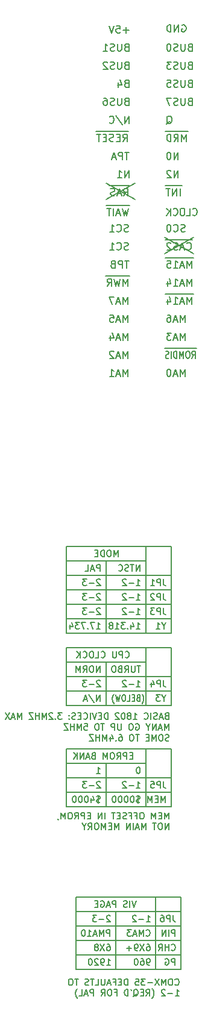
<source format=gbo>
G04 #@! TF.GenerationSoftware,KiCad,Pcbnew,(5.1.9)-1*
G04 #@! TF.CreationDate,2026-01-18T09:55:11+01:00*
G04 #@! TF.ProjectId,COMIX-35,434f4d49-582d-4333-952e-6b696361645f,1.2a*
G04 #@! TF.SameCoordinates,PX2b9a1c0PYd52a500*
G04 #@! TF.FileFunction,Legend,Bot*
G04 #@! TF.FilePolarity,Positive*
%FSLAX46Y46*%
G04 Gerber Fmt 4.6, Leading zero omitted, Abs format (unit mm)*
G04 Created by KiCad (PCBNEW (5.1.9)-1) date 2026-01-18 09:55:11*
%MOMM*%
%LPD*%
G01*
G04 APERTURE LIST*
%ADD10C,0.152400*%
G04 APERTURE END LIST*
D10*
X284774035Y108760381D02*
X284774035Y109776381D01*
X284435368Y109050667D01*
X284096701Y109776381D01*
X284096701Y108760381D01*
X283661273Y109050667D02*
X283177463Y109050667D01*
X283758035Y108760381D02*
X283419368Y109776381D01*
X283080701Y108760381D01*
X282838797Y109776381D02*
X282161463Y109776381D01*
X282596892Y108760381D01*
X277495000Y25400000D02*
X292227000Y25400000D01*
X288671000Y25400000D02*
X288671000Y15240000D01*
X277495000Y17272000D02*
X292227000Y17272000D01*
X277495000Y15240000D02*
X292227000Y15240000D01*
X290900273Y17970500D02*
X290942606Y17928167D01*
X291069606Y17885834D01*
X291154273Y17885834D01*
X291281273Y17928167D01*
X291365940Y18012834D01*
X291408273Y18097500D01*
X291450606Y18266834D01*
X291450606Y18393834D01*
X291408273Y18563167D01*
X291365940Y18647834D01*
X291281273Y18732500D01*
X291154273Y18774834D01*
X291069606Y18774834D01*
X290942606Y18732500D01*
X290900273Y18690167D01*
X290519273Y17885834D02*
X290519273Y18774834D01*
X290519273Y18351500D02*
X290011273Y18351500D01*
X290011273Y17885834D02*
X290011273Y18774834D01*
X289079940Y17885834D02*
X289376273Y18309167D01*
X289587940Y17885834D02*
X289587940Y18774834D01*
X289249273Y18774834D01*
X289164606Y18732500D01*
X289122273Y18690167D01*
X289079940Y18605500D01*
X289079940Y18478500D01*
X289122273Y18393834D01*
X289164606Y18351500D01*
X289249273Y18309167D01*
X289587940Y18309167D01*
X287471273Y18774834D02*
X287640606Y18774834D01*
X287725273Y18732500D01*
X287767606Y18690167D01*
X287852273Y18563167D01*
X287894606Y18393834D01*
X287894606Y18055167D01*
X287852273Y17970500D01*
X287809940Y17928167D01*
X287725273Y17885834D01*
X287555940Y17885834D01*
X287471273Y17928167D01*
X287428940Y17970500D01*
X287386606Y18055167D01*
X287386606Y18266834D01*
X287428940Y18351500D01*
X287471273Y18393834D01*
X287555940Y18436167D01*
X287725273Y18436167D01*
X287809940Y18393834D01*
X287852273Y18351500D01*
X287894606Y18266834D01*
X287090273Y18774834D02*
X286497606Y17885834D01*
X286497606Y18774834D02*
X287090273Y17885834D01*
X286116606Y17885834D02*
X285947273Y17885834D01*
X285862606Y17928167D01*
X285820273Y17970500D01*
X285735606Y18097500D01*
X285693273Y18266834D01*
X285693273Y18605500D01*
X285735606Y18690167D01*
X285777940Y18732500D01*
X285862606Y18774834D01*
X286031940Y18774834D01*
X286116606Y18732500D01*
X286158940Y18690167D01*
X286201273Y18605500D01*
X286201273Y18393834D01*
X286158940Y18309167D01*
X286116606Y18266834D01*
X286031940Y18224500D01*
X285862606Y18224500D01*
X285777940Y18266834D01*
X285735606Y18309167D01*
X285693273Y18393834D01*
X285312273Y18224500D02*
X284634940Y18224500D01*
X284973606Y17885834D02*
X284973606Y18563167D01*
X281883273Y18774834D02*
X282052606Y18774834D01*
X282137273Y18732500D01*
X282179606Y18690167D01*
X282264273Y18563167D01*
X282306606Y18393834D01*
X282306606Y18055167D01*
X282264273Y17970500D01*
X282221940Y17928167D01*
X282137273Y17885834D01*
X281967940Y17885834D01*
X281883273Y17928167D01*
X281840940Y17970500D01*
X281798606Y18055167D01*
X281798606Y18266834D01*
X281840940Y18351500D01*
X281883273Y18393834D01*
X281967940Y18436167D01*
X282137273Y18436167D01*
X282221940Y18393834D01*
X282264273Y18351500D01*
X282306606Y18266834D01*
X281502273Y18774834D02*
X280909606Y17885834D01*
X280909606Y18774834D02*
X281502273Y17885834D01*
X280443940Y18393834D02*
X280528606Y18436167D01*
X280570940Y18478500D01*
X280613273Y18563167D01*
X280613273Y18605500D01*
X280570940Y18690167D01*
X280528606Y18732500D01*
X280443940Y18774834D01*
X280274606Y18774834D01*
X280189940Y18732500D01*
X280147606Y18690167D01*
X280105273Y18605500D01*
X280105273Y18563167D01*
X280147606Y18478500D01*
X280189940Y18436167D01*
X280274606Y18393834D01*
X280443940Y18393834D01*
X280528606Y18351500D01*
X280570940Y18309167D01*
X280613273Y18224500D01*
X280613273Y18055167D01*
X280570940Y17970500D01*
X280528606Y17928167D01*
X280443940Y17885834D01*
X280274606Y17885834D01*
X280189940Y17928167D01*
X280147606Y17970500D01*
X280105273Y18055167D01*
X280105273Y18224500D01*
X280147606Y18309167D01*
X280189940Y18351500D01*
X280274606Y18393834D01*
X281798606Y15853834D02*
X282306606Y15853834D01*
X282052606Y15853834D02*
X282052606Y16742834D01*
X282137273Y16615834D01*
X282221940Y16531167D01*
X282306606Y16488834D01*
X281375273Y15853834D02*
X281205940Y15853834D01*
X281121273Y15896167D01*
X281078940Y15938500D01*
X280994273Y16065500D01*
X280951940Y16234834D01*
X280951940Y16573500D01*
X280994273Y16658167D01*
X281036606Y16700500D01*
X281121273Y16742834D01*
X281290606Y16742834D01*
X281375273Y16700500D01*
X281417606Y16658167D01*
X281459940Y16573500D01*
X281459940Y16361834D01*
X281417606Y16277167D01*
X281375273Y16234834D01*
X281290606Y16192500D01*
X281121273Y16192500D01*
X281036606Y16234834D01*
X280994273Y16277167D01*
X280951940Y16361834D01*
X280613273Y16658167D02*
X280570940Y16700500D01*
X280486273Y16742834D01*
X280274606Y16742834D01*
X280189940Y16700500D01*
X280147606Y16658167D01*
X280105273Y16573500D01*
X280105273Y16488834D01*
X280147606Y16361834D01*
X280655606Y15853834D01*
X280105273Y15853834D01*
X279554940Y16742834D02*
X279470273Y16742834D01*
X279385606Y16700500D01*
X279343273Y16658167D01*
X279300940Y16573500D01*
X279258606Y16404167D01*
X279258606Y16192500D01*
X279300940Y16023167D01*
X279343273Y15938500D01*
X279385606Y15896167D01*
X279470273Y15853834D01*
X279554940Y15853834D01*
X279639606Y15896167D01*
X279681940Y15938500D01*
X279724273Y16023167D01*
X279766606Y16192500D01*
X279766606Y16404167D01*
X279724273Y16573500D01*
X279681940Y16658167D01*
X279639606Y16700500D01*
X279554940Y16742834D01*
X287809940Y15853834D02*
X287640606Y15853834D01*
X287555940Y15896167D01*
X287513606Y15938500D01*
X287428940Y16065500D01*
X287386606Y16234834D01*
X287386606Y16573500D01*
X287428940Y16658167D01*
X287471273Y16700500D01*
X287555940Y16742834D01*
X287725273Y16742834D01*
X287809940Y16700500D01*
X287852273Y16658167D01*
X287894606Y16573500D01*
X287894606Y16361834D01*
X287852273Y16277167D01*
X287809940Y16234834D01*
X287725273Y16192500D01*
X287555940Y16192500D01*
X287471273Y16234834D01*
X287428940Y16277167D01*
X287386606Y16361834D01*
X286624606Y16742834D02*
X286793940Y16742834D01*
X286878606Y16700500D01*
X286920940Y16658167D01*
X287005606Y16531167D01*
X287047940Y16361834D01*
X287047940Y16023167D01*
X287005606Y15938500D01*
X286963273Y15896167D01*
X286878606Y15853834D01*
X286709273Y15853834D01*
X286624606Y15896167D01*
X286582273Y15938500D01*
X286539940Y16023167D01*
X286539940Y16234834D01*
X286582273Y16319500D01*
X286624606Y16361834D01*
X286709273Y16404167D01*
X286878606Y16404167D01*
X286963273Y16361834D01*
X287005606Y16319500D01*
X287047940Y16234834D01*
X285989606Y16742834D02*
X285904940Y16742834D01*
X285820273Y16700500D01*
X285777940Y16658167D01*
X285735606Y16573500D01*
X285693273Y16404167D01*
X285693273Y16192500D01*
X285735606Y16023167D01*
X285777940Y15938500D01*
X285820273Y15896167D01*
X285904940Y15853834D01*
X285989606Y15853834D01*
X286074273Y15896167D01*
X286116606Y15938500D01*
X286158940Y16023167D01*
X286201273Y16192500D01*
X286201273Y16404167D01*
X286158940Y16573500D01*
X286116606Y16658167D01*
X286074273Y16700500D01*
X285989606Y16742834D01*
X291408273Y15853834D02*
X291408273Y16742834D01*
X291069606Y16742834D01*
X290984940Y16700500D01*
X290942606Y16658167D01*
X290900273Y16573500D01*
X290900273Y16446500D01*
X290942606Y16361834D01*
X290984940Y16319500D01*
X291069606Y16277167D01*
X291408273Y16277167D01*
X290053606Y16700500D02*
X290138273Y16742834D01*
X290265273Y16742834D01*
X290392273Y16700500D01*
X290476940Y16615834D01*
X290519273Y16531167D01*
X290561606Y16361834D01*
X290561606Y16234834D01*
X290519273Y16065500D01*
X290476940Y15980834D01*
X290392273Y15896167D01*
X290265273Y15853834D01*
X290180606Y15853834D01*
X290053606Y15896167D01*
X290011273Y15938500D01*
X290011273Y16234834D01*
X290180606Y16234834D01*
X277495000Y19304000D02*
X292227000Y19304000D01*
X277495000Y25400000D02*
X277495000Y15240000D01*
X292227000Y15240000D02*
X292227000Y25400000D01*
X277495000Y21336000D02*
X292227000Y21336000D01*
X277495000Y23368000D02*
X292227000Y23368000D01*
X283083000Y23368000D02*
X283083000Y15240000D01*
X291408273Y13125450D02*
X291450606Y13083117D01*
X291577606Y13040784D01*
X291662273Y13040784D01*
X291789273Y13083117D01*
X291873940Y13167784D01*
X291916273Y13252450D01*
X291958606Y13421784D01*
X291958606Y13548784D01*
X291916273Y13718117D01*
X291873940Y13802784D01*
X291789273Y13887450D01*
X291662273Y13929784D01*
X291577606Y13929784D01*
X291450606Y13887450D01*
X291408273Y13845117D01*
X290857940Y13929784D02*
X290688606Y13929784D01*
X290603940Y13887450D01*
X290519273Y13802784D01*
X290476940Y13633450D01*
X290476940Y13337117D01*
X290519273Y13167784D01*
X290603940Y13083117D01*
X290688606Y13040784D01*
X290857940Y13040784D01*
X290942606Y13083117D01*
X291027273Y13167784D01*
X291069606Y13337117D01*
X291069606Y13633450D01*
X291027273Y13802784D01*
X290942606Y13887450D01*
X290857940Y13929784D01*
X290095940Y13040784D02*
X290095940Y13929784D01*
X289799606Y13294784D01*
X289503273Y13929784D01*
X289503273Y13040784D01*
X289164606Y13929784D02*
X288571940Y13040784D01*
X288571940Y13929784D02*
X289164606Y13040784D01*
X288233273Y13379450D02*
X287555940Y13379450D01*
X287217273Y13929784D02*
X286666940Y13929784D01*
X286963273Y13591117D01*
X286836273Y13591117D01*
X286751606Y13548784D01*
X286709273Y13506450D01*
X286666940Y13421784D01*
X286666940Y13210117D01*
X286709273Y13125450D01*
X286751606Y13083117D01*
X286836273Y13040784D01*
X287090273Y13040784D01*
X287174940Y13083117D01*
X287217273Y13125450D01*
X285862606Y13929784D02*
X286285940Y13929784D01*
X286328273Y13506450D01*
X286285940Y13548784D01*
X286201273Y13591117D01*
X285989606Y13591117D01*
X285904940Y13548784D01*
X285862606Y13506450D01*
X285820273Y13421784D01*
X285820273Y13210117D01*
X285862606Y13125450D01*
X285904940Y13083117D01*
X285989606Y13040784D01*
X286201273Y13040784D01*
X286285940Y13083117D01*
X286328273Y13125450D01*
X284761940Y13040784D02*
X284761940Y13929784D01*
X284550273Y13929784D01*
X284423273Y13887450D01*
X284338606Y13802784D01*
X284296273Y13718117D01*
X284253940Y13548784D01*
X284253940Y13421784D01*
X284296273Y13252450D01*
X284338606Y13167784D01*
X284423273Y13083117D01*
X284550273Y13040784D01*
X284761940Y13040784D01*
X283872940Y13506450D02*
X283576606Y13506450D01*
X283449606Y13040784D02*
X283872940Y13040784D01*
X283872940Y13929784D01*
X283449606Y13929784D01*
X282772273Y13506450D02*
X283068606Y13506450D01*
X283068606Y13040784D02*
X283068606Y13929784D01*
X282645273Y13929784D01*
X282348940Y13294784D02*
X281925606Y13294784D01*
X282433606Y13040784D02*
X282137273Y13929784D01*
X281840940Y13040784D01*
X281544606Y13929784D02*
X281544606Y13210117D01*
X281502273Y13125450D01*
X281459940Y13083117D01*
X281375273Y13040784D01*
X281205940Y13040784D01*
X281121273Y13083117D01*
X281078940Y13125450D01*
X281036606Y13210117D01*
X281036606Y13929784D01*
X280189940Y13040784D02*
X280613273Y13040784D01*
X280613273Y13929784D01*
X280020606Y13929784D02*
X279512606Y13929784D01*
X279766606Y13040784D02*
X279766606Y13929784D01*
X279258606Y13083117D02*
X279131606Y13040784D01*
X278919940Y13040784D01*
X278835273Y13083117D01*
X278792940Y13125450D01*
X278750606Y13210117D01*
X278750606Y13294784D01*
X278792940Y13379450D01*
X278835273Y13421784D01*
X278919940Y13464117D01*
X279089273Y13506450D01*
X279173940Y13548784D01*
X279216273Y13591117D01*
X279258606Y13675784D01*
X279258606Y13760450D01*
X279216273Y13845117D01*
X279173940Y13887450D01*
X279089273Y13929784D01*
X278877606Y13929784D01*
X278750606Y13887450D01*
X277819273Y13929784D02*
X277311273Y13929784D01*
X277565273Y13040784D02*
X277565273Y13929784D01*
X276845606Y13929784D02*
X276676273Y13929784D01*
X276591606Y13887450D01*
X276506940Y13802784D01*
X276464606Y13633450D01*
X276464606Y13337117D01*
X276506940Y13167784D01*
X276591606Y13083117D01*
X276676273Y13040784D01*
X276845606Y13040784D01*
X276930273Y13083117D01*
X277014940Y13167784D01*
X277057273Y13337117D01*
X277057273Y13633450D01*
X277014940Y13802784D01*
X276930273Y13887450D01*
X276845606Y13929784D01*
X291450606Y11554884D02*
X291958606Y11554884D01*
X291704606Y11554884D02*
X291704606Y12443884D01*
X291789273Y12316884D01*
X291873940Y12232217D01*
X291958606Y12189884D01*
X291069606Y11893550D02*
X290392273Y11893550D01*
X290011273Y12359217D02*
X289968940Y12401550D01*
X289884273Y12443884D01*
X289672606Y12443884D01*
X289587940Y12401550D01*
X289545606Y12359217D01*
X289503273Y12274550D01*
X289503273Y12189884D01*
X289545606Y12062884D01*
X290053606Y11554884D01*
X289503273Y11554884D01*
X288190940Y11216217D02*
X288233273Y11258550D01*
X288317940Y11385550D01*
X288360273Y11470217D01*
X288402606Y11597217D01*
X288444940Y11808884D01*
X288444940Y11978217D01*
X288402606Y12189884D01*
X288360273Y12316884D01*
X288317940Y12401550D01*
X288233273Y12528550D01*
X288190940Y12570884D01*
X287344273Y11554884D02*
X287640606Y11978217D01*
X287852273Y11554884D02*
X287852273Y12443884D01*
X287513606Y12443884D01*
X287428940Y12401550D01*
X287386606Y12359217D01*
X287344273Y12274550D01*
X287344273Y12147550D01*
X287386606Y12062884D01*
X287428940Y12020550D01*
X287513606Y11978217D01*
X287852273Y11978217D01*
X286963273Y12020550D02*
X286666940Y12020550D01*
X286539940Y11554884D02*
X286963273Y11554884D01*
X286963273Y12443884D01*
X286539940Y12443884D01*
X285566273Y11470217D02*
X285650940Y11512550D01*
X285735606Y11597217D01*
X285862606Y11724217D01*
X285947273Y11766550D01*
X286031940Y11766550D01*
X285989606Y11554884D02*
X286074273Y11597217D01*
X286158940Y11681884D01*
X286201273Y11851217D01*
X286201273Y12147550D01*
X286158940Y12316884D01*
X286074273Y12401550D01*
X285989606Y12443884D01*
X285820273Y12443884D01*
X285735606Y12401550D01*
X285650940Y12316884D01*
X285608606Y12147550D01*
X285608606Y11851217D01*
X285650940Y11681884D01*
X285735606Y11597217D01*
X285820273Y11554884D01*
X285989606Y11554884D01*
X285185273Y12443884D02*
X285269940Y12274550D01*
X284804273Y11554884D02*
X284804273Y12443884D01*
X284592606Y12443884D01*
X284465606Y12401550D01*
X284380940Y12316884D01*
X284338606Y12232217D01*
X284296273Y12062884D01*
X284296273Y11935884D01*
X284338606Y11766550D01*
X284380940Y11681884D01*
X284465606Y11597217D01*
X284592606Y11554884D01*
X284804273Y11554884D01*
X282941606Y12020550D02*
X283237940Y12020550D01*
X283237940Y11554884D02*
X283237940Y12443884D01*
X282814606Y12443884D01*
X282306606Y12443884D02*
X282137273Y12443884D01*
X282052606Y12401550D01*
X281967940Y12316884D01*
X281925606Y12147550D01*
X281925606Y11851217D01*
X281967940Y11681884D01*
X282052606Y11597217D01*
X282137273Y11554884D01*
X282306606Y11554884D01*
X282391273Y11597217D01*
X282475940Y11681884D01*
X282518273Y11851217D01*
X282518273Y12147550D01*
X282475940Y12316884D01*
X282391273Y12401550D01*
X282306606Y12443884D01*
X281036606Y11554884D02*
X281332940Y11978217D01*
X281544606Y11554884D02*
X281544606Y12443884D01*
X281205940Y12443884D01*
X281121273Y12401550D01*
X281078940Y12359217D01*
X281036606Y12274550D01*
X281036606Y12147550D01*
X281078940Y12062884D01*
X281121273Y12020550D01*
X281205940Y11978217D01*
X281544606Y11978217D01*
X279978273Y11554884D02*
X279978273Y12443884D01*
X279639606Y12443884D01*
X279554940Y12401550D01*
X279512606Y12359217D01*
X279470273Y12274550D01*
X279470273Y12147550D01*
X279512606Y12062884D01*
X279554940Y12020550D01*
X279639606Y11978217D01*
X279978273Y11978217D01*
X279131606Y11808884D02*
X278708273Y11808884D01*
X279216273Y11554884D02*
X278919940Y12443884D01*
X278623606Y11554884D01*
X277903940Y11554884D02*
X278327273Y11554884D01*
X278327273Y12443884D01*
X277692273Y11216217D02*
X277649940Y11258550D01*
X277565273Y11385550D01*
X277522940Y11470217D01*
X277480606Y11597217D01*
X277438273Y11808884D01*
X277438273Y11978217D01*
X277480606Y12189884D01*
X277522940Y12316884D01*
X277565273Y12401550D01*
X277649940Y12528550D01*
X277692273Y12570884D01*
X287344273Y20002500D02*
X287386606Y19960167D01*
X287513606Y19917834D01*
X287598273Y19917834D01*
X287725273Y19960167D01*
X287809940Y20044834D01*
X287852273Y20129500D01*
X287894606Y20298834D01*
X287894606Y20425834D01*
X287852273Y20595167D01*
X287809940Y20679834D01*
X287725273Y20764500D01*
X287598273Y20806834D01*
X287513606Y20806834D01*
X287386606Y20764500D01*
X287344273Y20722167D01*
X286963273Y19917834D02*
X286963273Y20806834D01*
X286666940Y20171834D01*
X286370606Y20806834D01*
X286370606Y19917834D01*
X285989606Y20171834D02*
X285566273Y20171834D01*
X286074273Y19917834D02*
X285777940Y20806834D01*
X285481606Y19917834D01*
X285269940Y20806834D02*
X284719606Y20806834D01*
X285015940Y20468167D01*
X284888940Y20468167D01*
X284804273Y20425834D01*
X284761940Y20383500D01*
X284719606Y20298834D01*
X284719606Y20087167D01*
X284761940Y20002500D01*
X284804273Y19960167D01*
X284888940Y19917834D01*
X285142940Y19917834D01*
X285227606Y19960167D01*
X285269940Y20002500D01*
X285947273Y24870834D02*
X285650940Y23981834D01*
X285354606Y24870834D01*
X285058273Y23981834D02*
X285058273Y24870834D01*
X284677273Y24024167D02*
X284550273Y23981834D01*
X284338606Y23981834D01*
X284253940Y24024167D01*
X284211606Y24066500D01*
X284169273Y24151167D01*
X284169273Y24235834D01*
X284211606Y24320500D01*
X284253940Y24362834D01*
X284338606Y24405167D01*
X284507940Y24447500D01*
X284592606Y24489834D01*
X284634940Y24532167D01*
X284677273Y24616834D01*
X284677273Y24701500D01*
X284634940Y24786167D01*
X284592606Y24828500D01*
X284507940Y24870834D01*
X284296273Y24870834D01*
X284169273Y24828500D01*
X283110940Y23981834D02*
X283110940Y24870834D01*
X282772273Y24870834D01*
X282687606Y24828500D01*
X282645273Y24786167D01*
X282602940Y24701500D01*
X282602940Y24574500D01*
X282645273Y24489834D01*
X282687606Y24447500D01*
X282772273Y24405167D01*
X283110940Y24405167D01*
X282264273Y24235834D02*
X281840940Y24235834D01*
X282348940Y23981834D02*
X282052606Y24870834D01*
X281756273Y23981834D01*
X280994273Y24828500D02*
X281078940Y24870834D01*
X281205940Y24870834D01*
X281332940Y24828500D01*
X281417606Y24743834D01*
X281459940Y24659167D01*
X281502273Y24489834D01*
X281502273Y24362834D01*
X281459940Y24193500D01*
X281417606Y24108834D01*
X281332940Y24024167D01*
X281205940Y23981834D01*
X281121273Y23981834D01*
X280994273Y24024167D01*
X280951940Y24066500D01*
X280951940Y24362834D01*
X281121273Y24362834D01*
X280570940Y24447500D02*
X280274606Y24447500D01*
X280147606Y23981834D02*
X280570940Y23981834D01*
X280570940Y24870834D01*
X280147606Y24870834D01*
X282306606Y22754167D02*
X282264273Y22796500D01*
X282179606Y22838834D01*
X281967940Y22838834D01*
X281883273Y22796500D01*
X281840940Y22754167D01*
X281798606Y22669500D01*
X281798606Y22584834D01*
X281840940Y22457834D01*
X282348940Y21949834D01*
X281798606Y21949834D01*
X281417606Y22288500D02*
X280740273Y22288500D01*
X280401606Y22838834D02*
X279851273Y22838834D01*
X280147606Y22500167D01*
X280020606Y22500167D01*
X279935940Y22457834D01*
X279893606Y22415500D01*
X279851273Y22330834D01*
X279851273Y22119167D01*
X279893606Y22034500D01*
X279935940Y21992167D01*
X280020606Y21949834D01*
X280274606Y21949834D01*
X280359273Y21992167D01*
X280401606Y22034500D01*
X291408273Y19917834D02*
X291408273Y20806834D01*
X291069606Y20806834D01*
X290984940Y20764500D01*
X290942606Y20722167D01*
X290900273Y20637500D01*
X290900273Y20510500D01*
X290942606Y20425834D01*
X290984940Y20383500D01*
X291069606Y20341167D01*
X291408273Y20341167D01*
X290519273Y19917834D02*
X290519273Y20806834D01*
X290095940Y19917834D02*
X290095940Y20806834D01*
X289587940Y19917834D01*
X289587940Y20806834D01*
X287386606Y21949834D02*
X287894606Y21949834D01*
X287640606Y21949834D02*
X287640606Y22838834D01*
X287725273Y22711834D01*
X287809940Y22627167D01*
X287894606Y22584834D01*
X287005606Y22288500D02*
X286328273Y22288500D01*
X285947273Y22754167D02*
X285904940Y22796500D01*
X285820273Y22838834D01*
X285608606Y22838834D01*
X285523940Y22796500D01*
X285481606Y22754167D01*
X285439273Y22669500D01*
X285439273Y22584834D01*
X285481606Y22457834D01*
X285989606Y21949834D01*
X285439273Y21949834D01*
X291154273Y22838834D02*
X291154273Y22203834D01*
X291196606Y22076834D01*
X291281273Y21992167D01*
X291408273Y21949834D01*
X291492940Y21949834D01*
X290730940Y21949834D02*
X290730940Y22838834D01*
X290392273Y22838834D01*
X290307606Y22796500D01*
X290265273Y22754167D01*
X290222940Y22669500D01*
X290222940Y22542500D01*
X290265273Y22457834D01*
X290307606Y22415500D01*
X290392273Y22373167D01*
X290730940Y22373167D01*
X289460940Y22838834D02*
X289630273Y22838834D01*
X289714940Y22796500D01*
X289757273Y22754167D01*
X289841940Y22627167D01*
X289884273Y22457834D01*
X289884273Y22119167D01*
X289841940Y22034500D01*
X289799606Y21992167D01*
X289714940Y21949834D01*
X289545606Y21949834D01*
X289460940Y21992167D01*
X289418606Y22034500D01*
X289376273Y22119167D01*
X289376273Y22330834D01*
X289418606Y22415500D01*
X289460940Y22457834D01*
X289545606Y22500167D01*
X289714940Y22500167D01*
X289799606Y22457834D01*
X289841940Y22415500D01*
X289884273Y22330834D01*
X282264273Y19917834D02*
X282264273Y20806834D01*
X281925606Y20806834D01*
X281840940Y20764500D01*
X281798606Y20722167D01*
X281756273Y20637500D01*
X281756273Y20510500D01*
X281798606Y20425834D01*
X281840940Y20383500D01*
X281925606Y20341167D01*
X282264273Y20341167D01*
X281375273Y19917834D02*
X281375273Y20806834D01*
X281078940Y20171834D01*
X280782606Y20806834D01*
X280782606Y19917834D01*
X280401606Y20171834D02*
X279978273Y20171834D01*
X280486273Y19917834D02*
X280189940Y20806834D01*
X279893606Y19917834D01*
X279131606Y19917834D02*
X279639606Y19917834D01*
X279385606Y19917834D02*
X279385606Y20806834D01*
X279470273Y20679834D01*
X279554940Y20595167D01*
X279639606Y20552834D01*
X278581273Y20806834D02*
X278496606Y20806834D01*
X278411940Y20764500D01*
X278369606Y20722167D01*
X278327273Y20637500D01*
X278284940Y20468167D01*
X278284940Y20256500D01*
X278327273Y20087167D01*
X278369606Y20002500D01*
X278411940Y19960167D01*
X278496606Y19917834D01*
X278581273Y19917834D01*
X278665940Y19960167D01*
X278708273Y20002500D01*
X278750606Y20087167D01*
X278792940Y20256500D01*
X278792940Y20468167D01*
X278750606Y20637500D01*
X278708273Y20722167D01*
X278665940Y20764500D01*
X278581273Y20806834D01*
X290519273Y36408784D02*
X290519273Y37297784D01*
X290222940Y36662784D01*
X289926606Y37297784D01*
X289926606Y36408784D01*
X289503273Y36874450D02*
X289206940Y36874450D01*
X289079940Y36408784D02*
X289503273Y36408784D01*
X289503273Y37297784D01*
X289079940Y37297784D01*
X288698940Y36408784D02*
X288698940Y37297784D01*
X288402606Y36662784D01*
X288106273Y37297784D01*
X288106273Y36408784D01*
X286836273Y37297784D02*
X286666940Y37297784D01*
X286582273Y37255450D01*
X286497606Y37170784D01*
X286455273Y37001450D01*
X286455273Y36705117D01*
X286497606Y36535784D01*
X286582273Y36451117D01*
X286666940Y36408784D01*
X286836273Y36408784D01*
X286920940Y36451117D01*
X287005606Y36535784D01*
X287047940Y36705117D01*
X287047940Y37001450D01*
X287005606Y37170784D01*
X286920940Y37255450D01*
X286836273Y37297784D01*
X285777940Y36874450D02*
X286074273Y36874450D01*
X286074273Y36408784D02*
X286074273Y37297784D01*
X285650940Y37297784D01*
X285015940Y36874450D02*
X285312273Y36874450D01*
X285312273Y36408784D02*
X285312273Y37297784D01*
X284888940Y37297784D01*
X284592606Y36451117D02*
X284465606Y36408784D01*
X284253940Y36408784D01*
X284169273Y36451117D01*
X284126940Y36493450D01*
X284084606Y36578117D01*
X284084606Y36662784D01*
X284126940Y36747450D01*
X284169273Y36789784D01*
X284253940Y36832117D01*
X284423273Y36874450D01*
X284507940Y36916784D01*
X284550273Y36959117D01*
X284592606Y37043784D01*
X284592606Y37128450D01*
X284550273Y37213117D01*
X284507940Y37255450D01*
X284423273Y37297784D01*
X284211606Y37297784D01*
X284084606Y37255450D01*
X283703606Y36874450D02*
X283407273Y36874450D01*
X283280273Y36408784D02*
X283703606Y36408784D01*
X283703606Y37297784D01*
X283280273Y37297784D01*
X283026273Y37297784D02*
X282518273Y37297784D01*
X282772273Y36408784D02*
X282772273Y37297784D01*
X281544606Y36408784D02*
X281544606Y37297784D01*
X281121273Y36408784D02*
X281121273Y37297784D01*
X280613273Y36408784D01*
X280613273Y37297784D01*
X279512606Y36874450D02*
X279216273Y36874450D01*
X279089273Y36408784D02*
X279512606Y36408784D01*
X279512606Y37297784D01*
X279089273Y37297784D01*
X278708273Y36408784D02*
X278708273Y37297784D01*
X278369606Y37297784D01*
X278284940Y37255450D01*
X278242606Y37213117D01*
X278200273Y37128450D01*
X278200273Y37001450D01*
X278242606Y36916784D01*
X278284940Y36874450D01*
X278369606Y36832117D01*
X278708273Y36832117D01*
X277311273Y36408784D02*
X277607606Y36832117D01*
X277819273Y36408784D02*
X277819273Y37297784D01*
X277480606Y37297784D01*
X277395940Y37255450D01*
X277353606Y37213117D01*
X277311273Y37128450D01*
X277311273Y37001450D01*
X277353606Y36916784D01*
X277395940Y36874450D01*
X277480606Y36832117D01*
X277819273Y36832117D01*
X276760940Y37297784D02*
X276591606Y37297784D01*
X276506940Y37255450D01*
X276422273Y37170784D01*
X276379940Y37001450D01*
X276379940Y36705117D01*
X276422273Y36535784D01*
X276506940Y36451117D01*
X276591606Y36408784D01*
X276760940Y36408784D01*
X276845606Y36451117D01*
X276930273Y36535784D01*
X276972606Y36705117D01*
X276972606Y37001450D01*
X276930273Y37170784D01*
X276845606Y37255450D01*
X276760940Y37297784D01*
X275998940Y36408784D02*
X275998940Y37297784D01*
X275702606Y36662784D01*
X275406273Y37297784D01*
X275406273Y36408784D01*
X274940606Y36451117D02*
X274940606Y36408784D01*
X274982940Y36324117D01*
X275025273Y36281784D01*
X290519273Y34922884D02*
X290519273Y35811884D01*
X290011273Y34922884D01*
X290011273Y35811884D01*
X289418606Y35811884D02*
X289249273Y35811884D01*
X289164606Y35769550D01*
X289079940Y35684884D01*
X289037606Y35515550D01*
X289037606Y35219217D01*
X289079940Y35049884D01*
X289164606Y34965217D01*
X289249273Y34922884D01*
X289418606Y34922884D01*
X289503273Y34965217D01*
X289587940Y35049884D01*
X289630273Y35219217D01*
X289630273Y35515550D01*
X289587940Y35684884D01*
X289503273Y35769550D01*
X289418606Y35811884D01*
X288783606Y35811884D02*
X288275606Y35811884D01*
X288529606Y34922884D02*
X288529606Y35811884D01*
X287301940Y34922884D02*
X287301940Y35811884D01*
X287005606Y35176884D01*
X286709273Y35811884D01*
X286709273Y34922884D01*
X286328273Y35176884D02*
X285904940Y35176884D01*
X286412940Y34922884D02*
X286116606Y35811884D01*
X285820273Y34922884D01*
X285523940Y34922884D02*
X285523940Y35811884D01*
X285100606Y34922884D02*
X285100606Y35811884D01*
X284592606Y34922884D01*
X284592606Y35811884D01*
X283491940Y34922884D02*
X283491940Y35811884D01*
X283195606Y35176884D01*
X282899273Y35811884D01*
X282899273Y34922884D01*
X282475940Y35388550D02*
X282179606Y35388550D01*
X282052606Y34922884D02*
X282475940Y34922884D01*
X282475940Y35811884D01*
X282052606Y35811884D01*
X281671606Y34922884D02*
X281671606Y35811884D01*
X281375273Y35176884D01*
X281078940Y35811884D01*
X281078940Y34922884D01*
X280486273Y35811884D02*
X280316940Y35811884D01*
X280232273Y35769550D01*
X280147606Y35684884D01*
X280105273Y35515550D01*
X280105273Y35219217D01*
X280147606Y35049884D01*
X280232273Y34965217D01*
X280316940Y34922884D01*
X280486273Y34922884D01*
X280570940Y34965217D01*
X280655606Y35049884D01*
X280697940Y35219217D01*
X280697940Y35515550D01*
X280655606Y35684884D01*
X280570940Y35769550D01*
X280486273Y35811884D01*
X279216273Y34922884D02*
X279512606Y35346217D01*
X279724273Y34922884D02*
X279724273Y35811884D01*
X279385606Y35811884D01*
X279300940Y35769550D01*
X279258606Y35727217D01*
X279216273Y35642550D01*
X279216273Y35515550D01*
X279258606Y35430884D01*
X279300940Y35388550D01*
X279385606Y35346217D01*
X279724273Y35346217D01*
X278665940Y35346217D02*
X278665940Y34922884D01*
X278962273Y35811884D02*
X278665940Y35346217D01*
X278369606Y35811884D01*
X276098000Y42164000D02*
X290830000Y42164000D01*
X276098000Y46228000D02*
X290830000Y46228000D01*
X276098000Y46228000D02*
X276098000Y38100000D01*
X276098000Y38100000D02*
X290830000Y38100000D01*
X287274000Y46228000D02*
X287274000Y38100000D01*
X276098000Y44196000D02*
X287274000Y44196000D01*
X276098000Y40132000D02*
X290830000Y40132000D01*
X290830000Y38100000D02*
X290830000Y46228000D01*
X281686000Y44196000D02*
X281686000Y38100000D01*
X280401606Y42777834D02*
X280909606Y42777834D01*
X280655606Y42777834D02*
X280655606Y43666834D01*
X280740273Y43539834D01*
X280824940Y43455167D01*
X280909606Y43412834D01*
X286285940Y43666834D02*
X286201273Y43666834D01*
X286116606Y43624500D01*
X286074273Y43582167D01*
X286031940Y43497500D01*
X285989606Y43328167D01*
X285989606Y43116500D01*
X286031940Y42947167D01*
X286074273Y42862500D01*
X286116606Y42820167D01*
X286201273Y42777834D01*
X286285940Y42777834D01*
X286370606Y42820167D01*
X286412940Y42862500D01*
X286455273Y42947167D01*
X286497606Y43116500D01*
X286497606Y43328167D01*
X286455273Y43497500D01*
X286412940Y43582167D01*
X286370606Y43624500D01*
X286285940Y43666834D01*
X285989606Y40745834D02*
X286497606Y40745834D01*
X286243606Y40745834D02*
X286243606Y41634834D01*
X286328273Y41507834D01*
X286412940Y41423167D01*
X286497606Y41380834D01*
X285608606Y41084500D02*
X284931273Y41084500D01*
X284550273Y41550167D02*
X284507940Y41592500D01*
X284423273Y41634834D01*
X284211606Y41634834D01*
X284126940Y41592500D01*
X284084606Y41550167D01*
X284042273Y41465500D01*
X284042273Y41380834D01*
X284084606Y41253834D01*
X284592606Y40745834D01*
X284042273Y40745834D01*
X285439273Y45275500D02*
X285142940Y45275500D01*
X285015940Y44809834D02*
X285439273Y44809834D01*
X285439273Y45698834D01*
X285015940Y45698834D01*
X284634940Y44809834D02*
X284634940Y45698834D01*
X284296273Y45698834D01*
X284211606Y45656500D01*
X284169273Y45614167D01*
X284126940Y45529500D01*
X284126940Y45402500D01*
X284169273Y45317834D01*
X284211606Y45275500D01*
X284296273Y45233167D01*
X284634940Y45233167D01*
X283237940Y44809834D02*
X283534273Y45233167D01*
X283745940Y44809834D02*
X283745940Y45698834D01*
X283407273Y45698834D01*
X283322606Y45656500D01*
X283280273Y45614167D01*
X283237940Y45529500D01*
X283237940Y45402500D01*
X283280273Y45317834D01*
X283322606Y45275500D01*
X283407273Y45233167D01*
X283745940Y45233167D01*
X282687606Y45698834D02*
X282518273Y45698834D01*
X282433606Y45656500D01*
X282348940Y45571834D01*
X282306606Y45402500D01*
X282306606Y45106167D01*
X282348940Y44936834D01*
X282433606Y44852167D01*
X282518273Y44809834D01*
X282687606Y44809834D01*
X282772273Y44852167D01*
X282856940Y44936834D01*
X282899273Y45106167D01*
X282899273Y45402500D01*
X282856940Y45571834D01*
X282772273Y45656500D01*
X282687606Y45698834D01*
X281925606Y44809834D02*
X281925606Y45698834D01*
X281629273Y45063834D01*
X281332940Y45698834D01*
X281332940Y44809834D01*
X279935940Y45275500D02*
X279808940Y45233167D01*
X279766606Y45190834D01*
X279724273Y45106167D01*
X279724273Y44979167D01*
X279766606Y44894500D01*
X279808940Y44852167D01*
X279893606Y44809834D01*
X280232273Y44809834D01*
X280232273Y45698834D01*
X279935940Y45698834D01*
X279851273Y45656500D01*
X279808940Y45614167D01*
X279766606Y45529500D01*
X279766606Y45444834D01*
X279808940Y45360167D01*
X279851273Y45317834D01*
X279935940Y45275500D01*
X280232273Y45275500D01*
X279385606Y45063834D02*
X278962273Y45063834D01*
X279470273Y44809834D02*
X279173940Y45698834D01*
X278877606Y44809834D01*
X278581273Y44809834D02*
X278581273Y45698834D01*
X278073273Y44809834D01*
X278073273Y45698834D01*
X277649940Y44809834D02*
X277649940Y45698834D01*
X277141940Y44809834D02*
X277522940Y45317834D01*
X277141940Y45698834D02*
X277649940Y45190834D01*
X289757273Y41634834D02*
X289757273Y40999834D01*
X289799606Y40872834D01*
X289884273Y40788167D01*
X290011273Y40745834D01*
X290095940Y40745834D01*
X289333940Y40745834D02*
X289333940Y41634834D01*
X288995273Y41634834D01*
X288910606Y41592500D01*
X288868273Y41550167D01*
X288825940Y41465500D01*
X288825940Y41338500D01*
X288868273Y41253834D01*
X288910606Y41211500D01*
X288995273Y41169167D01*
X289333940Y41169167D01*
X288021606Y41634834D02*
X288444940Y41634834D01*
X288487273Y41211500D01*
X288444940Y41253834D01*
X288360273Y41296167D01*
X288148606Y41296167D01*
X288063940Y41253834D01*
X288021606Y41211500D01*
X287979273Y41126834D01*
X287979273Y40915167D01*
X288021606Y40830500D01*
X288063940Y40788167D01*
X288148606Y40745834D01*
X288360273Y40745834D01*
X288444940Y40788167D01*
X288487273Y40830500D01*
X280909606Y38756167D02*
X280782606Y38713834D01*
X280570940Y38713834D01*
X280486273Y38756167D01*
X280443940Y38798500D01*
X280401606Y38883167D01*
X280401606Y38967834D01*
X280443940Y39052500D01*
X280486273Y39094834D01*
X280570940Y39137167D01*
X280740273Y39179500D01*
X280824940Y39221834D01*
X280867273Y39264167D01*
X280909606Y39348834D01*
X280909606Y39433500D01*
X280867273Y39518167D01*
X280824940Y39560500D01*
X280740273Y39602834D01*
X280528606Y39602834D01*
X280401606Y39560500D01*
X280655606Y39729834D02*
X280655606Y38586834D01*
X279639606Y39306500D02*
X279639606Y38713834D01*
X279851273Y39645167D02*
X280062940Y39010167D01*
X279512606Y39010167D01*
X279004606Y39602834D02*
X278919940Y39602834D01*
X278835273Y39560500D01*
X278792940Y39518167D01*
X278750606Y39433500D01*
X278708273Y39264167D01*
X278708273Y39052500D01*
X278750606Y38883167D01*
X278792940Y38798500D01*
X278835273Y38756167D01*
X278919940Y38713834D01*
X279004606Y38713834D01*
X279089273Y38756167D01*
X279131606Y38798500D01*
X279173940Y38883167D01*
X279216273Y39052500D01*
X279216273Y39264167D01*
X279173940Y39433500D01*
X279131606Y39518167D01*
X279089273Y39560500D01*
X279004606Y39602834D01*
X278157940Y39602834D02*
X278073273Y39602834D01*
X277988606Y39560500D01*
X277946273Y39518167D01*
X277903940Y39433500D01*
X277861606Y39264167D01*
X277861606Y39052500D01*
X277903940Y38883167D01*
X277946273Y38798500D01*
X277988606Y38756167D01*
X278073273Y38713834D01*
X278157940Y38713834D01*
X278242606Y38756167D01*
X278284940Y38798500D01*
X278327273Y38883167D01*
X278369606Y39052500D01*
X278369606Y39264167D01*
X278327273Y39433500D01*
X278284940Y39518167D01*
X278242606Y39560500D01*
X278157940Y39602834D01*
X277311273Y39602834D02*
X277226606Y39602834D01*
X277141940Y39560500D01*
X277099606Y39518167D01*
X277057273Y39433500D01*
X277014940Y39264167D01*
X277014940Y39052500D01*
X277057273Y38883167D01*
X277099606Y38798500D01*
X277141940Y38756167D01*
X277226606Y38713834D01*
X277311273Y38713834D01*
X277395940Y38756167D01*
X277438273Y38798500D01*
X277480606Y38883167D01*
X277522940Y39052500D01*
X277522940Y39264167D01*
X277480606Y39433500D01*
X277438273Y39518167D01*
X277395940Y39560500D01*
X277311273Y39602834D01*
X280909606Y41550167D02*
X280867273Y41592500D01*
X280782606Y41634834D01*
X280570940Y41634834D01*
X280486273Y41592500D01*
X280443940Y41550167D01*
X280401606Y41465500D01*
X280401606Y41380834D01*
X280443940Y41253834D01*
X280951940Y40745834D01*
X280401606Y40745834D01*
X280020606Y41084500D02*
X279343273Y41084500D01*
X279004606Y41634834D02*
X278454273Y41634834D01*
X278750606Y41296167D01*
X278623606Y41296167D01*
X278538940Y41253834D01*
X278496606Y41211500D01*
X278454273Y41126834D01*
X278454273Y40915167D01*
X278496606Y40830500D01*
X278538940Y40788167D01*
X278623606Y40745834D01*
X278877606Y40745834D01*
X278962273Y40788167D01*
X279004606Y40830500D01*
X286497606Y38756167D02*
X286370606Y38713834D01*
X286158940Y38713834D01*
X286074273Y38756167D01*
X286031940Y38798500D01*
X285989606Y38883167D01*
X285989606Y38967834D01*
X286031940Y39052500D01*
X286074273Y39094834D01*
X286158940Y39137167D01*
X286328273Y39179500D01*
X286412940Y39221834D01*
X286455273Y39264167D01*
X286497606Y39348834D01*
X286497606Y39433500D01*
X286455273Y39518167D01*
X286412940Y39560500D01*
X286328273Y39602834D01*
X286116606Y39602834D01*
X285989606Y39560500D01*
X286243606Y39729834D02*
X286243606Y38586834D01*
X285439273Y39602834D02*
X285354606Y39602834D01*
X285269940Y39560500D01*
X285227606Y39518167D01*
X285185273Y39433500D01*
X285142940Y39264167D01*
X285142940Y39052500D01*
X285185273Y38883167D01*
X285227606Y38798500D01*
X285269940Y38756167D01*
X285354606Y38713834D01*
X285439273Y38713834D01*
X285523940Y38756167D01*
X285566273Y38798500D01*
X285608606Y38883167D01*
X285650940Y39052500D01*
X285650940Y39264167D01*
X285608606Y39433500D01*
X285566273Y39518167D01*
X285523940Y39560500D01*
X285439273Y39602834D01*
X284592606Y39602834D02*
X284507940Y39602834D01*
X284423273Y39560500D01*
X284380940Y39518167D01*
X284338606Y39433500D01*
X284296273Y39264167D01*
X284296273Y39052500D01*
X284338606Y38883167D01*
X284380940Y38798500D01*
X284423273Y38756167D01*
X284507940Y38713834D01*
X284592606Y38713834D01*
X284677273Y38756167D01*
X284719606Y38798500D01*
X284761940Y38883167D01*
X284804273Y39052500D01*
X284804273Y39264167D01*
X284761940Y39433500D01*
X284719606Y39518167D01*
X284677273Y39560500D01*
X284592606Y39602834D01*
X283745940Y39602834D02*
X283661273Y39602834D01*
X283576606Y39560500D01*
X283534273Y39518167D01*
X283491940Y39433500D01*
X283449606Y39264167D01*
X283449606Y39052500D01*
X283491940Y38883167D01*
X283534273Y38798500D01*
X283576606Y38756167D01*
X283661273Y38713834D01*
X283745940Y38713834D01*
X283830606Y38756167D01*
X283872940Y38798500D01*
X283915273Y38883167D01*
X283957606Y39052500D01*
X283957606Y39264167D01*
X283915273Y39433500D01*
X283872940Y39518167D01*
X283830606Y39560500D01*
X283745940Y39602834D01*
X282899273Y39602834D02*
X282814606Y39602834D01*
X282729940Y39560500D01*
X282687606Y39518167D01*
X282645273Y39433500D01*
X282602940Y39264167D01*
X282602940Y39052500D01*
X282645273Y38883167D01*
X282687606Y38798500D01*
X282729940Y38756167D01*
X282814606Y38713834D01*
X282899273Y38713834D01*
X282983940Y38756167D01*
X283026273Y38798500D01*
X283068606Y38883167D01*
X283110940Y39052500D01*
X283110940Y39264167D01*
X283068606Y39433500D01*
X283026273Y39518167D01*
X282983940Y39560500D01*
X282899273Y39602834D01*
X290011273Y38713834D02*
X290011273Y39602834D01*
X289714940Y38967834D01*
X289418606Y39602834D01*
X289418606Y38713834D01*
X288995273Y39179500D02*
X288698940Y39179500D01*
X288571940Y38713834D02*
X288995273Y38713834D01*
X288995273Y39602834D01*
X288571940Y39602834D01*
X288190940Y38713834D02*
X288190940Y39602834D01*
X287894606Y38967834D01*
X287598273Y39602834D01*
X287598273Y38713834D01*
X290561606Y47392167D02*
X290434606Y47349834D01*
X290222940Y47349834D01*
X290138273Y47392167D01*
X290095940Y47434500D01*
X290053606Y47519167D01*
X290053606Y47603834D01*
X290095940Y47688500D01*
X290138273Y47730834D01*
X290222940Y47773167D01*
X290392273Y47815500D01*
X290476940Y47857834D01*
X290519273Y47900167D01*
X290561606Y47984834D01*
X290561606Y48069500D01*
X290519273Y48154167D01*
X290476940Y48196500D01*
X290392273Y48238834D01*
X290180606Y48238834D01*
X290053606Y48196500D01*
X289503273Y48238834D02*
X289333940Y48238834D01*
X289249273Y48196500D01*
X289164606Y48111834D01*
X289122273Y47942500D01*
X289122273Y47646167D01*
X289164606Y47476834D01*
X289249273Y47392167D01*
X289333940Y47349834D01*
X289503273Y47349834D01*
X289587940Y47392167D01*
X289672606Y47476834D01*
X289714940Y47646167D01*
X289714940Y47942500D01*
X289672606Y48111834D01*
X289587940Y48196500D01*
X289503273Y48238834D01*
X288741273Y47349834D02*
X288741273Y48238834D01*
X288444940Y47603834D01*
X288148606Y48238834D01*
X288148606Y47349834D01*
X287725273Y47815500D02*
X287428940Y47815500D01*
X287301940Y47349834D02*
X287725273Y47349834D01*
X287725273Y48238834D01*
X287301940Y48238834D01*
X286370606Y48238834D02*
X285862606Y48238834D01*
X286116606Y47349834D02*
X286116606Y48238834D01*
X285396940Y48238834D02*
X285227606Y48238834D01*
X285142940Y48196500D01*
X285058273Y48111834D01*
X285015940Y47942500D01*
X285015940Y47646167D01*
X285058273Y47476834D01*
X285142940Y47392167D01*
X285227606Y47349834D01*
X285396940Y47349834D01*
X285481606Y47392167D01*
X285566273Y47476834D01*
X285608606Y47646167D01*
X285608606Y47942500D01*
X285566273Y48111834D01*
X285481606Y48196500D01*
X285396940Y48238834D01*
X283576606Y48238834D02*
X283745940Y48238834D01*
X283830606Y48196500D01*
X283872940Y48154167D01*
X283957606Y48027167D01*
X283999940Y47857834D01*
X283999940Y47519167D01*
X283957606Y47434500D01*
X283915273Y47392167D01*
X283830606Y47349834D01*
X283661273Y47349834D01*
X283576606Y47392167D01*
X283534273Y47434500D01*
X283491940Y47519167D01*
X283491940Y47730834D01*
X283534273Y47815500D01*
X283576606Y47857834D01*
X283661273Y47900167D01*
X283830606Y47900167D01*
X283915273Y47857834D01*
X283957606Y47815500D01*
X283999940Y47730834D01*
X283110940Y47434500D02*
X283068606Y47392167D01*
X283110940Y47349834D01*
X283153273Y47392167D01*
X283110940Y47434500D01*
X283110940Y47349834D01*
X282306606Y47942500D02*
X282306606Y47349834D01*
X282518273Y48281167D02*
X282729940Y47646167D01*
X282179606Y47646167D01*
X281840940Y47349834D02*
X281840940Y48238834D01*
X281544606Y47603834D01*
X281248273Y48238834D01*
X281248273Y47349834D01*
X280824940Y47349834D02*
X280824940Y48238834D01*
X280824940Y47815500D02*
X280316940Y47815500D01*
X280316940Y47349834D02*
X280316940Y48238834D01*
X279978273Y48238834D02*
X279385606Y48238834D01*
X279978273Y47349834D01*
X279385606Y47349834D01*
X290519273Y48873834D02*
X290519273Y49762834D01*
X290222940Y49127834D01*
X289926606Y49762834D01*
X289926606Y48873834D01*
X289545606Y49127834D02*
X289122273Y49127834D01*
X289630273Y48873834D02*
X289333940Y49762834D01*
X289037606Y48873834D01*
X288741273Y48873834D02*
X288741273Y49762834D01*
X288233273Y48873834D01*
X288233273Y49762834D01*
X287640606Y49297167D02*
X287640606Y48873834D01*
X287936940Y49762834D02*
X287640606Y49297167D01*
X287344273Y49762834D01*
X285904940Y49720500D02*
X285989606Y49762834D01*
X286116606Y49762834D01*
X286243606Y49720500D01*
X286328273Y49635834D01*
X286370606Y49551167D01*
X286412940Y49381834D01*
X286412940Y49254834D01*
X286370606Y49085500D01*
X286328273Y49000834D01*
X286243606Y48916167D01*
X286116606Y48873834D01*
X286031940Y48873834D01*
X285904940Y48916167D01*
X285862606Y48958500D01*
X285862606Y49254834D01*
X286031940Y49254834D01*
X285312273Y49762834D02*
X285142940Y49762834D01*
X285058273Y49720500D01*
X284973606Y49635834D01*
X284931273Y49466500D01*
X284931273Y49170167D01*
X284973606Y49000834D01*
X285058273Y48916167D01*
X285142940Y48873834D01*
X285312273Y48873834D01*
X285396940Y48916167D01*
X285481606Y49000834D01*
X285523940Y49170167D01*
X285523940Y49466500D01*
X285481606Y49635834D01*
X285396940Y49720500D01*
X285312273Y49762834D01*
X283872940Y49762834D02*
X283872940Y49043167D01*
X283830606Y48958500D01*
X283788273Y48916167D01*
X283703606Y48873834D01*
X283534273Y48873834D01*
X283449606Y48916167D01*
X283407273Y48958500D01*
X283364940Y49043167D01*
X283364940Y49762834D01*
X282941606Y48873834D02*
X282941606Y49762834D01*
X282602940Y49762834D01*
X282518273Y49720500D01*
X282475940Y49678167D01*
X282433606Y49593500D01*
X282433606Y49466500D01*
X282475940Y49381834D01*
X282518273Y49339500D01*
X282602940Y49297167D01*
X282941606Y49297167D01*
X281502273Y49762834D02*
X280994273Y49762834D01*
X281248273Y48873834D02*
X281248273Y49762834D01*
X280528606Y49762834D02*
X280359273Y49762834D01*
X280274606Y49720500D01*
X280189940Y49635834D01*
X280147606Y49466500D01*
X280147606Y49170167D01*
X280189940Y49000834D01*
X280274606Y48916167D01*
X280359273Y48873834D01*
X280528606Y48873834D01*
X280613273Y48916167D01*
X280697940Y49000834D01*
X280740273Y49170167D01*
X280740273Y49466500D01*
X280697940Y49635834D01*
X280613273Y49720500D01*
X280528606Y49762834D01*
X278665940Y49762834D02*
X279089273Y49762834D01*
X279131606Y49339500D01*
X279089273Y49381834D01*
X279004606Y49424167D01*
X278792940Y49424167D01*
X278708273Y49381834D01*
X278665940Y49339500D01*
X278623606Y49254834D01*
X278623606Y49043167D01*
X278665940Y48958500D01*
X278708273Y48916167D01*
X278792940Y48873834D01*
X279004606Y48873834D01*
X279089273Y48916167D01*
X279131606Y48958500D01*
X278242606Y48873834D02*
X278242606Y49762834D01*
X277946273Y49127834D01*
X277649940Y49762834D01*
X277649940Y48873834D01*
X277226606Y48873834D02*
X277226606Y49762834D01*
X277226606Y49339500D02*
X276718606Y49339500D01*
X276718606Y48873834D02*
X276718606Y49762834D01*
X276379940Y49762834D02*
X275787273Y49762834D01*
X276379940Y48873834D01*
X275787273Y48873834D01*
X290222940Y50863500D02*
X290095940Y50821167D01*
X290053606Y50778834D01*
X290011273Y50694167D01*
X290011273Y50567167D01*
X290053606Y50482500D01*
X290095940Y50440167D01*
X290180606Y50397834D01*
X290519273Y50397834D01*
X290519273Y51286834D01*
X290222940Y51286834D01*
X290138273Y51244500D01*
X290095940Y51202167D01*
X290053606Y51117500D01*
X290053606Y51032834D01*
X290095940Y50948167D01*
X290138273Y50905834D01*
X290222940Y50863500D01*
X290519273Y50863500D01*
X289672606Y50651834D02*
X289249273Y50651834D01*
X289757273Y50397834D02*
X289460940Y51286834D01*
X289164606Y50397834D01*
X288910606Y50440167D02*
X288783606Y50397834D01*
X288571940Y50397834D01*
X288487273Y50440167D01*
X288444940Y50482500D01*
X288402606Y50567167D01*
X288402606Y50651834D01*
X288444940Y50736500D01*
X288487273Y50778834D01*
X288571940Y50821167D01*
X288741273Y50863500D01*
X288825940Y50905834D01*
X288868273Y50948167D01*
X288910606Y51032834D01*
X288910606Y51117500D01*
X288868273Y51202167D01*
X288825940Y51244500D01*
X288741273Y51286834D01*
X288529606Y51286834D01*
X288402606Y51244500D01*
X288021606Y50397834D02*
X288021606Y51286834D01*
X287090273Y50482500D02*
X287132606Y50440167D01*
X287259606Y50397834D01*
X287344273Y50397834D01*
X287471273Y50440167D01*
X287555940Y50524834D01*
X287598273Y50609500D01*
X287640606Y50778834D01*
X287640606Y50905834D01*
X287598273Y51075167D01*
X287555940Y51159834D01*
X287471273Y51244500D01*
X287344273Y51286834D01*
X287259606Y51286834D01*
X287132606Y51244500D01*
X287090273Y51202167D01*
X285566273Y50397834D02*
X286074273Y50397834D01*
X285820273Y50397834D02*
X285820273Y51286834D01*
X285904940Y51159834D01*
X285989606Y51075167D01*
X286074273Y51032834D01*
X285058273Y50905834D02*
X285142940Y50948167D01*
X285185273Y50990500D01*
X285227606Y51075167D01*
X285227606Y51117500D01*
X285185273Y51202167D01*
X285142940Y51244500D01*
X285058273Y51286834D01*
X284888940Y51286834D01*
X284804273Y51244500D01*
X284761940Y51202167D01*
X284719606Y51117500D01*
X284719606Y51075167D01*
X284761940Y50990500D01*
X284804273Y50948167D01*
X284888940Y50905834D01*
X285058273Y50905834D01*
X285142940Y50863500D01*
X285185273Y50821167D01*
X285227606Y50736500D01*
X285227606Y50567167D01*
X285185273Y50482500D01*
X285142940Y50440167D01*
X285058273Y50397834D01*
X284888940Y50397834D01*
X284804273Y50440167D01*
X284761940Y50482500D01*
X284719606Y50567167D01*
X284719606Y50736500D01*
X284761940Y50821167D01*
X284804273Y50863500D01*
X284888940Y50905834D01*
X284169273Y51286834D02*
X284084606Y51286834D01*
X283999940Y51244500D01*
X283957606Y51202167D01*
X283915273Y51117500D01*
X283872940Y50948167D01*
X283872940Y50736500D01*
X283915273Y50567167D01*
X283957606Y50482500D01*
X283999940Y50440167D01*
X284084606Y50397834D01*
X284169273Y50397834D01*
X284253940Y50440167D01*
X284296273Y50482500D01*
X284338606Y50567167D01*
X284380940Y50736500D01*
X284380940Y50948167D01*
X284338606Y51117500D01*
X284296273Y51202167D01*
X284253940Y51244500D01*
X284169273Y51286834D01*
X283534273Y51202167D02*
X283491940Y51244500D01*
X283407273Y51286834D01*
X283195606Y51286834D01*
X283110940Y51244500D01*
X283068606Y51202167D01*
X283026273Y51117500D01*
X283026273Y51032834D01*
X283068606Y50905834D01*
X283576606Y50397834D01*
X283026273Y50397834D01*
X281967940Y50397834D02*
X281967940Y51286834D01*
X281756273Y51286834D01*
X281629273Y51244500D01*
X281544606Y51159834D01*
X281502273Y51075167D01*
X281459940Y50905834D01*
X281459940Y50778834D01*
X281502273Y50609500D01*
X281544606Y50524834D01*
X281629273Y50440167D01*
X281756273Y50397834D01*
X281967940Y50397834D01*
X281078940Y50863500D02*
X280782606Y50863500D01*
X280655606Y50397834D02*
X281078940Y50397834D01*
X281078940Y51286834D01*
X280655606Y51286834D01*
X280401606Y51286834D02*
X280105273Y50397834D01*
X279808940Y51286834D01*
X279512606Y50397834D02*
X279512606Y51286834D01*
X278581273Y50482500D02*
X278623606Y50440167D01*
X278750606Y50397834D01*
X278835273Y50397834D01*
X278962273Y50440167D01*
X279046940Y50524834D01*
X279089273Y50609500D01*
X279131606Y50778834D01*
X279131606Y50905834D01*
X279089273Y51075167D01*
X279046940Y51159834D01*
X278962273Y51244500D01*
X278835273Y51286834D01*
X278750606Y51286834D01*
X278623606Y51244500D01*
X278581273Y51202167D01*
X278200273Y50863500D02*
X277903940Y50863500D01*
X277776940Y50397834D02*
X278200273Y50397834D01*
X278200273Y51286834D01*
X277776940Y51286834D01*
X277438273Y50440167D02*
X277311273Y50397834D01*
X277099606Y50397834D01*
X277014940Y50440167D01*
X276972606Y50482500D01*
X276930273Y50567167D01*
X276930273Y50651834D01*
X276972606Y50736500D01*
X277014940Y50778834D01*
X277099606Y50821167D01*
X277268940Y50863500D01*
X277353606Y50905834D01*
X277395940Y50948167D01*
X277438273Y51032834D01*
X277438273Y51117500D01*
X277395940Y51202167D01*
X277353606Y51244500D01*
X277268940Y51286834D01*
X277057273Y51286834D01*
X276930273Y51244500D01*
X276549273Y50482500D02*
X276506940Y50440167D01*
X276549273Y50397834D01*
X276591606Y50440167D01*
X276549273Y50482500D01*
X276549273Y50397834D01*
X276549273Y50948167D02*
X276506940Y50905834D01*
X276549273Y50863500D01*
X276591606Y50905834D01*
X276549273Y50948167D01*
X276549273Y50863500D01*
X275533273Y51286834D02*
X274982940Y51286834D01*
X275279273Y50948167D01*
X275152273Y50948167D01*
X275067606Y50905834D01*
X275025273Y50863500D01*
X274982940Y50778834D01*
X274982940Y50567167D01*
X275025273Y50482500D01*
X275067606Y50440167D01*
X275152273Y50397834D01*
X275406273Y50397834D01*
X275490940Y50440167D01*
X275533273Y50482500D01*
X274601940Y50482500D02*
X274559606Y50440167D01*
X274601940Y50397834D01*
X274644273Y50440167D01*
X274601940Y50482500D01*
X274601940Y50397834D01*
X274220940Y51202167D02*
X274178606Y51244500D01*
X274093940Y51286834D01*
X273882273Y51286834D01*
X273797606Y51244500D01*
X273755273Y51202167D01*
X273712940Y51117500D01*
X273712940Y51032834D01*
X273755273Y50905834D01*
X274263273Y50397834D01*
X273712940Y50397834D01*
X273331940Y50397834D02*
X273331940Y51286834D01*
X273035606Y50651834D01*
X272739273Y51286834D01*
X272739273Y50397834D01*
X272315940Y50397834D02*
X272315940Y51286834D01*
X272315940Y50863500D02*
X271807940Y50863500D01*
X271807940Y50397834D02*
X271807940Y51286834D01*
X271469273Y51286834D02*
X270876606Y51286834D01*
X271469273Y50397834D01*
X270876606Y50397834D01*
X269860606Y50397834D02*
X269860606Y51286834D01*
X269564273Y50651834D01*
X269267940Y51286834D01*
X269267940Y50397834D01*
X268886940Y50651834D02*
X268463606Y50651834D01*
X268971606Y50397834D02*
X268675273Y51286834D01*
X268378940Y50397834D01*
X268167273Y51286834D02*
X267574606Y50397834D01*
X267574606Y51286834D02*
X268167273Y50397834D01*
X276098000Y52324000D02*
X290830000Y52324000D01*
X286775797Y52599167D02*
X286812082Y52641500D01*
X286884654Y52768500D01*
X286920940Y52853167D01*
X286957225Y52980167D01*
X286993511Y53191834D01*
X286993511Y53361167D01*
X286957225Y53572834D01*
X286920940Y53699834D01*
X286884654Y53784500D01*
X286812082Y53911500D01*
X286775797Y53953834D01*
X286231511Y53403500D02*
X286122654Y53361167D01*
X286086368Y53318834D01*
X286050082Y53234167D01*
X286050082Y53107167D01*
X286086368Y53022500D01*
X286122654Y52980167D01*
X286195225Y52937834D01*
X286485511Y52937834D01*
X286485511Y53826834D01*
X286231511Y53826834D01*
X286158940Y53784500D01*
X286122654Y53742167D01*
X286086368Y53657500D01*
X286086368Y53572834D01*
X286122654Y53488167D01*
X286158940Y53445834D01*
X286231511Y53403500D01*
X286485511Y53403500D01*
X285723511Y53403500D02*
X285469511Y53403500D01*
X285360654Y52937834D02*
X285723511Y52937834D01*
X285723511Y53826834D01*
X285360654Y53826834D01*
X284671225Y52937834D02*
X285034082Y52937834D01*
X285034082Y53826834D01*
X284272082Y53826834D02*
X284126940Y53826834D01*
X284054368Y53784500D01*
X283981797Y53699834D01*
X283945511Y53530500D01*
X283945511Y53234167D01*
X283981797Y53064834D01*
X284054368Y52980167D01*
X284126940Y52937834D01*
X284272082Y52937834D01*
X284344654Y52980167D01*
X284417225Y53064834D01*
X284453511Y53234167D01*
X284453511Y53530500D01*
X284417225Y53699834D01*
X284344654Y53784500D01*
X284272082Y53826834D01*
X283691511Y53826834D02*
X283510082Y52937834D01*
X283364940Y53572834D01*
X283219797Y52937834D01*
X283038368Y53826834D01*
X282820654Y52599167D02*
X282784368Y52641500D01*
X282711797Y52768500D01*
X282675511Y52853167D01*
X282639225Y52980167D01*
X282602940Y53191834D01*
X282602940Y53361167D01*
X282639225Y53572834D01*
X282675511Y53699834D01*
X282711797Y53784500D01*
X282784368Y53911500D01*
X282820654Y53953834D01*
X289841940Y53361167D02*
X289841940Y52937834D01*
X290138273Y53826834D02*
X289841940Y53361167D01*
X289545606Y53826834D01*
X289333940Y53826834D02*
X288783606Y53826834D01*
X289079940Y53488167D01*
X288952940Y53488167D01*
X288868273Y53445834D01*
X288825940Y53403500D01*
X288783606Y53318834D01*
X288783606Y53107167D01*
X288825940Y53022500D01*
X288868273Y52980167D01*
X288952940Y52937834D01*
X289206940Y52937834D01*
X289291606Y52980167D01*
X289333940Y53022500D01*
X280867273Y52937834D02*
X280867273Y53826834D01*
X280359273Y52937834D01*
X280359273Y53826834D01*
X279300940Y53869167D02*
X280062940Y52726167D01*
X279046940Y53191834D02*
X278623606Y53191834D01*
X279131606Y52937834D02*
X278835273Y53826834D01*
X278538940Y52937834D01*
X276098000Y54356000D02*
X290830000Y54356000D01*
X276098000Y56388000D02*
X290830000Y56388000D01*
X276098000Y60452000D02*
X290830000Y60452000D01*
X276098000Y58420000D02*
X287274000Y58420000D01*
X290830000Y52324000D02*
X290830000Y60452000D01*
X287274000Y60452000D02*
X287274000Y52324000D01*
X281686000Y58420000D02*
X281686000Y52324000D01*
X276098000Y60452000D02*
X276098000Y52324000D01*
X286582273Y57890834D02*
X286074273Y57890834D01*
X286328273Y57001834D02*
X286328273Y57890834D01*
X285777940Y57890834D02*
X285777940Y57171167D01*
X285735606Y57086500D01*
X285693273Y57044167D01*
X285608606Y57001834D01*
X285439273Y57001834D01*
X285354606Y57044167D01*
X285312273Y57086500D01*
X285269940Y57171167D01*
X285269940Y57890834D01*
X284338606Y57001834D02*
X284634940Y57425167D01*
X284846606Y57001834D02*
X284846606Y57890834D01*
X284507940Y57890834D01*
X284423273Y57848500D01*
X284380940Y57806167D01*
X284338606Y57721500D01*
X284338606Y57594500D01*
X284380940Y57509834D01*
X284423273Y57467500D01*
X284507940Y57425167D01*
X284846606Y57425167D01*
X283661273Y57467500D02*
X283534273Y57425167D01*
X283491940Y57382834D01*
X283449606Y57298167D01*
X283449606Y57171167D01*
X283491940Y57086500D01*
X283534273Y57044167D01*
X283618940Y57001834D01*
X283957606Y57001834D01*
X283957606Y57890834D01*
X283661273Y57890834D01*
X283576606Y57848500D01*
X283534273Y57806167D01*
X283491940Y57721500D01*
X283491940Y57636834D01*
X283534273Y57552167D01*
X283576606Y57509834D01*
X283661273Y57467500D01*
X283957606Y57467500D01*
X282899273Y57890834D02*
X282729940Y57890834D01*
X282645273Y57848500D01*
X282560606Y57763834D01*
X282518273Y57594500D01*
X282518273Y57298167D01*
X282560606Y57128834D01*
X282645273Y57044167D01*
X282729940Y57001834D01*
X282899273Y57001834D01*
X282983940Y57044167D01*
X283068606Y57128834D01*
X283110940Y57298167D01*
X283110940Y57594500D01*
X283068606Y57763834D01*
X282983940Y57848500D01*
X282899273Y57890834D01*
X280867273Y57001834D02*
X280867273Y57890834D01*
X280359273Y57001834D01*
X280359273Y57890834D01*
X279766606Y57890834D02*
X279597273Y57890834D01*
X279512606Y57848500D01*
X279427940Y57763834D01*
X279385606Y57594500D01*
X279385606Y57298167D01*
X279427940Y57128834D01*
X279512606Y57044167D01*
X279597273Y57001834D01*
X279766606Y57001834D01*
X279851273Y57044167D01*
X279935940Y57128834D01*
X279978273Y57298167D01*
X279978273Y57594500D01*
X279935940Y57763834D01*
X279851273Y57848500D01*
X279766606Y57890834D01*
X278496606Y57001834D02*
X278792940Y57425167D01*
X279004606Y57001834D02*
X279004606Y57890834D01*
X278665940Y57890834D01*
X278581273Y57848500D01*
X278538940Y57806167D01*
X278496606Y57721500D01*
X278496606Y57594500D01*
X278538940Y57509834D01*
X278581273Y57467500D01*
X278665940Y57425167D01*
X279004606Y57425167D01*
X278115606Y57001834D02*
X278115606Y57890834D01*
X277819273Y57255834D01*
X277522940Y57890834D01*
X277522940Y57001834D01*
X284423273Y59118500D02*
X284465606Y59076167D01*
X284592606Y59033834D01*
X284677273Y59033834D01*
X284804273Y59076167D01*
X284888940Y59160834D01*
X284931273Y59245500D01*
X284973606Y59414834D01*
X284973606Y59541834D01*
X284931273Y59711167D01*
X284888940Y59795834D01*
X284804273Y59880500D01*
X284677273Y59922834D01*
X284592606Y59922834D01*
X284465606Y59880500D01*
X284423273Y59838167D01*
X284042273Y59033834D02*
X284042273Y59922834D01*
X283703606Y59922834D01*
X283618940Y59880500D01*
X283576606Y59838167D01*
X283534273Y59753500D01*
X283534273Y59626500D01*
X283576606Y59541834D01*
X283618940Y59499500D01*
X283703606Y59457167D01*
X284042273Y59457167D01*
X283153273Y59922834D02*
X283153273Y59203167D01*
X283110940Y59118500D01*
X283068606Y59076167D01*
X282983940Y59033834D01*
X282814606Y59033834D01*
X282729940Y59076167D01*
X282687606Y59118500D01*
X282645273Y59203167D01*
X282645273Y59922834D01*
X281036606Y59118500D02*
X281078940Y59076167D01*
X281205940Y59033834D01*
X281290606Y59033834D01*
X281417606Y59076167D01*
X281502273Y59160834D01*
X281544606Y59245500D01*
X281586940Y59414834D01*
X281586940Y59541834D01*
X281544606Y59711167D01*
X281502273Y59795834D01*
X281417606Y59880500D01*
X281290606Y59922834D01*
X281205940Y59922834D01*
X281078940Y59880500D01*
X281036606Y59838167D01*
X280232273Y59033834D02*
X280655606Y59033834D01*
X280655606Y59922834D01*
X279766606Y59922834D02*
X279597273Y59922834D01*
X279512606Y59880500D01*
X279427940Y59795834D01*
X279385606Y59626500D01*
X279385606Y59330167D01*
X279427940Y59160834D01*
X279512606Y59076167D01*
X279597273Y59033834D01*
X279766606Y59033834D01*
X279851273Y59076167D01*
X279935940Y59160834D01*
X279978273Y59330167D01*
X279978273Y59626500D01*
X279935940Y59795834D01*
X279851273Y59880500D01*
X279766606Y59922834D01*
X278496606Y59118500D02*
X278538940Y59076167D01*
X278665940Y59033834D01*
X278750606Y59033834D01*
X278877606Y59076167D01*
X278962273Y59160834D01*
X279004606Y59245500D01*
X279046940Y59414834D01*
X279046940Y59541834D01*
X279004606Y59711167D01*
X278962273Y59795834D01*
X278877606Y59880500D01*
X278750606Y59922834D01*
X278665940Y59922834D01*
X278538940Y59880500D01*
X278496606Y59838167D01*
X278115606Y59033834D02*
X278115606Y59922834D01*
X277607606Y59033834D02*
X277988606Y59541834D01*
X277607606Y59922834D02*
X278115606Y59414834D01*
X285989606Y54969834D02*
X286497606Y54969834D01*
X286243606Y54969834D02*
X286243606Y55858834D01*
X286328273Y55731834D01*
X286412940Y55647167D01*
X286497606Y55604834D01*
X285608606Y55308500D02*
X284931273Y55308500D01*
X284550273Y55774167D02*
X284507940Y55816500D01*
X284423273Y55858834D01*
X284211606Y55858834D01*
X284126940Y55816500D01*
X284084606Y55774167D01*
X284042273Y55689500D01*
X284042273Y55604834D01*
X284084606Y55477834D01*
X284592606Y54969834D01*
X284042273Y54969834D01*
X289757273Y55858834D02*
X289757273Y55223834D01*
X289799606Y55096834D01*
X289884273Y55012167D01*
X290011273Y54969834D01*
X290095940Y54969834D01*
X289333940Y54969834D02*
X289333940Y55858834D01*
X288995273Y55858834D01*
X288910606Y55816500D01*
X288868273Y55774167D01*
X288825940Y55689500D01*
X288825940Y55562500D01*
X288868273Y55477834D01*
X288910606Y55435500D01*
X288995273Y55393167D01*
X289333940Y55393167D01*
X288063940Y55562500D02*
X288063940Y54969834D01*
X288275606Y55901167D02*
X288487273Y55266167D01*
X287936940Y55266167D01*
X280909606Y55774167D02*
X280867273Y55816500D01*
X280782606Y55858834D01*
X280570940Y55858834D01*
X280486273Y55816500D01*
X280443940Y55774167D01*
X280401606Y55689500D01*
X280401606Y55604834D01*
X280443940Y55477834D01*
X280951940Y54969834D01*
X280401606Y54969834D01*
X280020606Y55308500D02*
X279343273Y55308500D01*
X279004606Y55858834D02*
X278454273Y55858834D01*
X278750606Y55520167D01*
X278623606Y55520167D01*
X278538940Y55477834D01*
X278496606Y55435500D01*
X278454273Y55350834D01*
X278454273Y55139167D01*
X278496606Y55054500D01*
X278538940Y55012167D01*
X278623606Y54969834D01*
X278877606Y54969834D01*
X278962273Y55012167D01*
X279004606Y55054500D01*
X290830000Y62484000D02*
X276098000Y62484000D01*
X285989606Y63097834D02*
X286497606Y63097834D01*
X286243606Y63097834D02*
X286243606Y63986834D01*
X286328273Y63859834D01*
X286412940Y63775167D01*
X286497606Y63732834D01*
X285227606Y63690500D02*
X285227606Y63097834D01*
X285439273Y64029167D02*
X285650940Y63394167D01*
X285100606Y63394167D01*
X284761940Y63182500D02*
X284719606Y63140167D01*
X284761940Y63097834D01*
X284804273Y63140167D01*
X284761940Y63182500D01*
X284761940Y63097834D01*
X284423273Y63986834D02*
X283872940Y63986834D01*
X284169273Y63648167D01*
X284042273Y63648167D01*
X283957606Y63605834D01*
X283915273Y63563500D01*
X283872940Y63478834D01*
X283872940Y63267167D01*
X283915273Y63182500D01*
X283957606Y63140167D01*
X284042273Y63097834D01*
X284296273Y63097834D01*
X284380940Y63140167D01*
X284423273Y63182500D01*
X283026273Y63097834D02*
X283534273Y63097834D01*
X283280273Y63097834D02*
X283280273Y63986834D01*
X283364940Y63859834D01*
X283449606Y63775167D01*
X283534273Y63732834D01*
X282518273Y63605834D02*
X282602940Y63648167D01*
X282645273Y63690500D01*
X282687606Y63775167D01*
X282687606Y63817500D01*
X282645273Y63902167D01*
X282602940Y63944500D01*
X282518273Y63986834D01*
X282348940Y63986834D01*
X282264273Y63944500D01*
X282221940Y63902167D01*
X282179606Y63817500D01*
X282179606Y63775167D01*
X282221940Y63690500D01*
X282264273Y63648167D01*
X282348940Y63605834D01*
X282518273Y63605834D01*
X282602940Y63563500D01*
X282645273Y63521167D01*
X282687606Y63436500D01*
X282687606Y63267167D01*
X282645273Y63182500D01*
X282602940Y63140167D01*
X282518273Y63097834D01*
X282348940Y63097834D01*
X282264273Y63140167D01*
X282221940Y63182500D01*
X282179606Y63267167D01*
X282179606Y63436500D01*
X282221940Y63521167D01*
X282264273Y63563500D01*
X282348940Y63605834D01*
X280401606Y63097834D02*
X280909606Y63097834D01*
X280655606Y63097834D02*
X280655606Y63986834D01*
X280740273Y63859834D01*
X280824940Y63775167D01*
X280909606Y63732834D01*
X280105273Y63986834D02*
X279512606Y63986834D01*
X279893606Y63097834D01*
X279173940Y63182500D02*
X279131606Y63140167D01*
X279173940Y63097834D01*
X279216273Y63140167D01*
X279173940Y63182500D01*
X279173940Y63097834D01*
X278835273Y63986834D02*
X278242606Y63986834D01*
X278623606Y63097834D01*
X277988606Y63986834D02*
X277438273Y63986834D01*
X277734606Y63648167D01*
X277607606Y63648167D01*
X277522940Y63605834D01*
X277480606Y63563500D01*
X277438273Y63478834D01*
X277438273Y63267167D01*
X277480606Y63182500D01*
X277522940Y63140167D01*
X277607606Y63097834D01*
X277861606Y63097834D01*
X277946273Y63140167D01*
X277988606Y63182500D01*
X276676273Y63690500D02*
X276676273Y63097834D01*
X276887940Y64029167D02*
X277099606Y63394167D01*
X276549273Y63394167D01*
X289841940Y63521167D02*
X289841940Y63097834D01*
X290138273Y63986834D02*
X289841940Y63521167D01*
X289545606Y63986834D01*
X288783606Y63097834D02*
X289291606Y63097834D01*
X289037606Y63097834D02*
X289037606Y63986834D01*
X289122273Y63859834D01*
X289206940Y63775167D01*
X289291606Y63732834D01*
X290830000Y62484000D02*
X290830000Y74676000D01*
X287274000Y74676000D02*
X287274000Y62484000D01*
X281686000Y72644000D02*
X281686000Y62484000D01*
X276098000Y74676000D02*
X276098000Y62484000D01*
X276098000Y74676000D02*
X290830000Y74676000D01*
X290830000Y64516000D02*
X276098000Y64516000D01*
X290830000Y66548000D02*
X276098000Y66548000D01*
X276098000Y68580000D02*
X290830000Y68580000D01*
X276098000Y72644000D02*
X287274000Y72644000D01*
X290830000Y70612000D02*
X276098000Y70612000D01*
X280909606Y65934167D02*
X280867273Y65976500D01*
X280782606Y66018834D01*
X280570940Y66018834D01*
X280486273Y65976500D01*
X280443940Y65934167D01*
X280401606Y65849500D01*
X280401606Y65764834D01*
X280443940Y65637834D01*
X280951940Y65129834D01*
X280401606Y65129834D01*
X280020606Y65468500D02*
X279343273Y65468500D01*
X279004606Y66018834D02*
X278454273Y66018834D01*
X278750606Y65680167D01*
X278623606Y65680167D01*
X278538940Y65637834D01*
X278496606Y65595500D01*
X278454273Y65510834D01*
X278454273Y65299167D01*
X278496606Y65214500D01*
X278538940Y65172167D01*
X278623606Y65129834D01*
X278877606Y65129834D01*
X278962273Y65172167D01*
X279004606Y65214500D01*
X285989606Y65129834D02*
X286497606Y65129834D01*
X286243606Y65129834D02*
X286243606Y66018834D01*
X286328273Y65891834D01*
X286412940Y65807167D01*
X286497606Y65764834D01*
X285608606Y65468500D02*
X284931273Y65468500D01*
X284550273Y65934167D02*
X284507940Y65976500D01*
X284423273Y66018834D01*
X284211606Y66018834D01*
X284126940Y65976500D01*
X284084606Y65934167D01*
X284042273Y65849500D01*
X284042273Y65764834D01*
X284084606Y65637834D01*
X284592606Y65129834D01*
X284042273Y65129834D01*
X289757273Y66018834D02*
X289757273Y65383834D01*
X289799606Y65256834D01*
X289884273Y65172167D01*
X290011273Y65129834D01*
X290095940Y65129834D01*
X289333940Y65129834D02*
X289333940Y66018834D01*
X288995273Y66018834D01*
X288910606Y65976500D01*
X288868273Y65934167D01*
X288825940Y65849500D01*
X288825940Y65722500D01*
X288868273Y65637834D01*
X288910606Y65595500D01*
X288995273Y65553167D01*
X289333940Y65553167D01*
X288529606Y66018834D02*
X287979273Y66018834D01*
X288275606Y65680167D01*
X288148606Y65680167D01*
X288063940Y65637834D01*
X288021606Y65595500D01*
X287979273Y65510834D01*
X287979273Y65299167D01*
X288021606Y65214500D01*
X288063940Y65172167D01*
X288148606Y65129834D01*
X288402606Y65129834D01*
X288487273Y65172167D01*
X288529606Y65214500D01*
X285989606Y67161834D02*
X286497606Y67161834D01*
X286243606Y67161834D02*
X286243606Y68050834D01*
X286328273Y67923834D01*
X286412940Y67839167D01*
X286497606Y67796834D01*
X285608606Y67500500D02*
X284931273Y67500500D01*
X284550273Y67966167D02*
X284507940Y68008500D01*
X284423273Y68050834D01*
X284211606Y68050834D01*
X284126940Y68008500D01*
X284084606Y67966167D01*
X284042273Y67881500D01*
X284042273Y67796834D01*
X284084606Y67669834D01*
X284592606Y67161834D01*
X284042273Y67161834D01*
X289757273Y68050834D02*
X289757273Y67415834D01*
X289799606Y67288834D01*
X289884273Y67204167D01*
X290011273Y67161834D01*
X290095940Y67161834D01*
X289333940Y67161834D02*
X289333940Y68050834D01*
X288995273Y68050834D01*
X288910606Y68008500D01*
X288868273Y67966167D01*
X288825940Y67881500D01*
X288825940Y67754500D01*
X288868273Y67669834D01*
X288910606Y67627500D01*
X288995273Y67585167D01*
X289333940Y67585167D01*
X288487273Y67966167D02*
X288444940Y68008500D01*
X288360273Y68050834D01*
X288148606Y68050834D01*
X288063940Y68008500D01*
X288021606Y67966167D01*
X287979273Y67881500D01*
X287979273Y67796834D01*
X288021606Y67669834D01*
X288529606Y67161834D01*
X287979273Y67161834D01*
X280909606Y67966167D02*
X280867273Y68008500D01*
X280782606Y68050834D01*
X280570940Y68050834D01*
X280486273Y68008500D01*
X280443940Y67966167D01*
X280401606Y67881500D01*
X280401606Y67796834D01*
X280443940Y67669834D01*
X280951940Y67161834D01*
X280401606Y67161834D01*
X280020606Y67500500D02*
X279343273Y67500500D01*
X279004606Y68050834D02*
X278454273Y68050834D01*
X278750606Y67712167D01*
X278623606Y67712167D01*
X278538940Y67669834D01*
X278496606Y67627500D01*
X278454273Y67542834D01*
X278454273Y67331167D01*
X278496606Y67246500D01*
X278538940Y67204167D01*
X278623606Y67161834D01*
X278877606Y67161834D01*
X278962273Y67204167D01*
X279004606Y67246500D01*
X280909606Y69998167D02*
X280867273Y70040500D01*
X280782606Y70082834D01*
X280570940Y70082834D01*
X280486273Y70040500D01*
X280443940Y69998167D01*
X280401606Y69913500D01*
X280401606Y69828834D01*
X280443940Y69701834D01*
X280951940Y69193834D01*
X280401606Y69193834D01*
X280020606Y69532500D02*
X279343273Y69532500D01*
X279004606Y70082834D02*
X278454273Y70082834D01*
X278750606Y69744167D01*
X278623606Y69744167D01*
X278538940Y69701834D01*
X278496606Y69659500D01*
X278454273Y69574834D01*
X278454273Y69363167D01*
X278496606Y69278500D01*
X278538940Y69236167D01*
X278623606Y69193834D01*
X278877606Y69193834D01*
X278962273Y69236167D01*
X279004606Y69278500D01*
X285989606Y69193834D02*
X286497606Y69193834D01*
X286243606Y69193834D02*
X286243606Y70082834D01*
X286328273Y69955834D01*
X286412940Y69871167D01*
X286497606Y69828834D01*
X285608606Y69532500D02*
X284931273Y69532500D01*
X284550273Y69998167D02*
X284507940Y70040500D01*
X284423273Y70082834D01*
X284211606Y70082834D01*
X284126940Y70040500D01*
X284084606Y69998167D01*
X284042273Y69913500D01*
X284042273Y69828834D01*
X284084606Y69701834D01*
X284592606Y69193834D01*
X284042273Y69193834D01*
X289757273Y70082834D02*
X289757273Y69447834D01*
X289799606Y69320834D01*
X289884273Y69236167D01*
X290011273Y69193834D01*
X290095940Y69193834D01*
X289333940Y69193834D02*
X289333940Y70082834D01*
X288995273Y70082834D01*
X288910606Y70040500D01*
X288868273Y69998167D01*
X288825940Y69913500D01*
X288825940Y69786500D01*
X288868273Y69701834D01*
X288910606Y69659500D01*
X288995273Y69617167D01*
X289333940Y69617167D01*
X287979273Y69193834D02*
X288487273Y69193834D01*
X288233273Y69193834D02*
X288233273Y70082834D01*
X288317940Y69955834D01*
X288402606Y69871167D01*
X288487273Y69828834D01*
X283407273Y73257834D02*
X283407273Y74146834D01*
X283110940Y73511834D01*
X282814606Y74146834D01*
X282814606Y73257834D01*
X282221940Y74146834D02*
X282052606Y74146834D01*
X281967940Y74104500D01*
X281883273Y74019834D01*
X281840940Y73850500D01*
X281840940Y73554167D01*
X281883273Y73384834D01*
X281967940Y73300167D01*
X282052606Y73257834D01*
X282221940Y73257834D01*
X282306606Y73300167D01*
X282391273Y73384834D01*
X282433606Y73554167D01*
X282433606Y73850500D01*
X282391273Y74019834D01*
X282306606Y74104500D01*
X282221940Y74146834D01*
X281459940Y73257834D02*
X281459940Y74146834D01*
X281248273Y74146834D01*
X281121273Y74104500D01*
X281036606Y74019834D01*
X280994273Y73935167D01*
X280951940Y73765834D01*
X280951940Y73638834D01*
X280994273Y73469500D01*
X281036606Y73384834D01*
X281121273Y73300167D01*
X281248273Y73257834D01*
X281459940Y73257834D01*
X280570940Y73723500D02*
X280274606Y73723500D01*
X280147606Y73257834D02*
X280570940Y73257834D01*
X280570940Y74146834D01*
X280147606Y74146834D01*
X280867273Y71225834D02*
X280867273Y72114834D01*
X280528606Y72114834D01*
X280443940Y72072500D01*
X280401606Y72030167D01*
X280359273Y71945500D01*
X280359273Y71818500D01*
X280401606Y71733834D01*
X280443940Y71691500D01*
X280528606Y71649167D01*
X280867273Y71649167D01*
X280020606Y71479834D02*
X279597273Y71479834D01*
X280105273Y71225834D02*
X279808940Y72114834D01*
X279512606Y71225834D01*
X278792940Y71225834D02*
X279216273Y71225834D01*
X279216273Y72114834D01*
X286455273Y71225834D02*
X286455273Y72114834D01*
X285947273Y71225834D01*
X285947273Y72114834D01*
X285650940Y72114834D02*
X285142940Y72114834D01*
X285396940Y71225834D02*
X285396940Y72114834D01*
X284888940Y71268167D02*
X284761940Y71225834D01*
X284550273Y71225834D01*
X284465606Y71268167D01*
X284423273Y71310500D01*
X284380940Y71395167D01*
X284380940Y71479834D01*
X284423273Y71564500D01*
X284465606Y71606834D01*
X284550273Y71649167D01*
X284719606Y71691500D01*
X284804273Y71733834D01*
X284846606Y71776167D01*
X284888940Y71860834D01*
X284888940Y71945500D01*
X284846606Y72030167D01*
X284804273Y72072500D01*
X284719606Y72114834D01*
X284507940Y72114834D01*
X284380940Y72072500D01*
X283491940Y71310500D02*
X283534273Y71268167D01*
X283661273Y71225834D01*
X283745940Y71225834D01*
X283872940Y71268167D01*
X283957606Y71352834D01*
X283999940Y71437500D01*
X284042273Y71606834D01*
X284042273Y71733834D01*
X283999940Y71903167D01*
X283957606Y71987834D01*
X283872940Y72072500D01*
X283745940Y72114834D01*
X283661273Y72114834D01*
X283534273Y72072500D01*
X283491940Y72030167D01*
X292797774Y98600381D02*
X292797774Y99616381D01*
X292459107Y98890667D01*
X292120440Y99616381D01*
X292120440Y98600381D01*
X291685012Y98890667D02*
X291201202Y98890667D01*
X291781774Y98600381D02*
X291443107Y99616381D01*
X291104440Y98600381D01*
X290572250Y99616381D02*
X290475488Y99616381D01*
X290378726Y99568000D01*
X290330345Y99519620D01*
X290281964Y99422858D01*
X290233583Y99229334D01*
X290233583Y98987429D01*
X290281964Y98793905D01*
X290330345Y98697143D01*
X290378726Y98648762D01*
X290475488Y98600381D01*
X290572250Y98600381D01*
X290669012Y98648762D01*
X290717393Y98697143D01*
X290765774Y98793905D01*
X290814155Y98987429D01*
X290814155Y99229334D01*
X290765774Y99422858D01*
X290717393Y99519620D01*
X290669012Y99568000D01*
X290572250Y99616381D01*
X284774035Y98600381D02*
X284774035Y99616381D01*
X284435368Y98890667D01*
X284096701Y99616381D01*
X284096701Y98600381D01*
X283661273Y98890667D02*
X283177463Y98890667D01*
X283758035Y98600381D02*
X283419368Y99616381D01*
X283080701Y98600381D01*
X282209844Y98600381D02*
X282790416Y98600381D01*
X282500130Y98600381D02*
X282500130Y99616381D01*
X282596892Y99471239D01*
X282693654Y99374477D01*
X282790416Y99326096D01*
X294408298Y102529640D02*
X293608298Y102529640D01*
X293760679Y101140381D02*
X294027345Y101624191D01*
X294217821Y101140381D02*
X294217821Y102156381D01*
X293913060Y102156381D01*
X293836869Y102108000D01*
X293798774Y102059620D01*
X293760679Y101962858D01*
X293760679Y101817715D01*
X293798774Y101720953D01*
X293836869Y101672572D01*
X293913060Y101624191D01*
X294217821Y101624191D01*
X293608298Y102529640D02*
X292770202Y102529640D01*
X293265440Y102156381D02*
X293113060Y102156381D01*
X293036869Y102108000D01*
X292960679Y102011239D01*
X292922583Y101817715D01*
X292922583Y101479048D01*
X292960679Y101285524D01*
X293036869Y101188762D01*
X293113060Y101140381D01*
X293265440Y101140381D01*
X293341631Y101188762D01*
X293417821Y101285524D01*
X293455917Y101479048D01*
X293455917Y101817715D01*
X293417821Y102011239D01*
X293341631Y102108000D01*
X293265440Y102156381D01*
X292770202Y102529640D02*
X291855917Y102529640D01*
X292579726Y101140381D02*
X292579726Y102156381D01*
X292313060Y101430667D01*
X292046393Y102156381D01*
X292046393Y101140381D01*
X291855917Y102529640D02*
X291055917Y102529640D01*
X291665440Y101140381D02*
X291665440Y102156381D01*
X291474964Y102156381D01*
X291360679Y102108000D01*
X291284488Y102011239D01*
X291246393Y101914477D01*
X291208298Y101720953D01*
X291208298Y101575810D01*
X291246393Y101382286D01*
X291284488Y101285524D01*
X291360679Y101188762D01*
X291474964Y101140381D01*
X291665440Y101140381D01*
X291055917Y102529640D02*
X290674964Y102529640D01*
X290865440Y101140381D02*
X290865440Y102156381D01*
X290674964Y102529640D02*
X289913060Y102529640D01*
X290522583Y101188762D02*
X290408298Y101140381D01*
X290217821Y101140381D01*
X290141631Y101188762D01*
X290103536Y101237143D01*
X290065440Y101333905D01*
X290065440Y101430667D01*
X290103536Y101527429D01*
X290141631Y101575810D01*
X290217821Y101624191D01*
X290370202Y101672572D01*
X290446393Y101720953D01*
X290484488Y101769334D01*
X290522583Y101866096D01*
X290522583Y101962858D01*
X290484488Y102059620D01*
X290446393Y102108000D01*
X290370202Y102156381D01*
X290179726Y102156381D01*
X290065440Y102108000D01*
X284774035Y101140381D02*
X284774035Y102156381D01*
X284435368Y101430667D01*
X284096701Y102156381D01*
X284096701Y101140381D01*
X283661273Y101430667D02*
X283177463Y101430667D01*
X283758035Y101140381D02*
X283419368Y102156381D01*
X283080701Y101140381D01*
X282790416Y102059620D02*
X282742035Y102108000D01*
X282645273Y102156381D01*
X282403368Y102156381D01*
X282306606Y102108000D01*
X282258225Y102059620D01*
X282209844Y101962858D01*
X282209844Y101866096D01*
X282258225Y101720953D01*
X282838797Y101140381D01*
X282209844Y101140381D01*
X284774035Y103680381D02*
X284774035Y104696381D01*
X284435368Y103970667D01*
X284096701Y104696381D01*
X284096701Y103680381D01*
X283661273Y103970667D02*
X283177463Y103970667D01*
X283758035Y103680381D02*
X283419368Y104696381D01*
X283080701Y103680381D01*
X282306606Y104357715D02*
X282306606Y103680381D01*
X282548511Y104744762D02*
X282790416Y104019048D01*
X282161463Y104019048D01*
X292797774Y103680381D02*
X292797774Y104696381D01*
X292459107Y103970667D01*
X292120440Y104696381D01*
X292120440Y103680381D01*
X291685012Y103970667D02*
X291201202Y103970667D01*
X291781774Y103680381D02*
X291443107Y104696381D01*
X291104440Y103680381D01*
X290862536Y104696381D02*
X290233583Y104696381D01*
X290572250Y104309334D01*
X290427107Y104309334D01*
X290330345Y104260953D01*
X290281964Y104212572D01*
X290233583Y104115810D01*
X290233583Y103873905D01*
X290281964Y103777143D01*
X290330345Y103728762D01*
X290427107Y103680381D01*
X290717393Y103680381D01*
X290814155Y103728762D01*
X290862536Y103777143D01*
X284774035Y106220381D02*
X284774035Y107236381D01*
X284435368Y106510667D01*
X284096701Y107236381D01*
X284096701Y106220381D01*
X283661273Y106510667D02*
X283177463Y106510667D01*
X283758035Y106220381D02*
X283419368Y107236381D01*
X283080701Y106220381D01*
X282258225Y107236381D02*
X282742035Y107236381D01*
X282790416Y106752572D01*
X282742035Y106800953D01*
X282645273Y106849334D01*
X282403368Y106849334D01*
X282306606Y106800953D01*
X282258225Y106752572D01*
X282209844Y106655810D01*
X282209844Y106413905D01*
X282258225Y106317143D01*
X282306606Y106268762D01*
X282403368Y106220381D01*
X282645273Y106220381D01*
X282742035Y106268762D01*
X282790416Y106317143D01*
X292797774Y106220381D02*
X292797774Y107236381D01*
X292459107Y106510667D01*
X292120440Y107236381D01*
X292120440Y106220381D01*
X291685012Y106510667D02*
X291201202Y106510667D01*
X291781774Y106220381D02*
X291443107Y107236381D01*
X291104440Y106220381D01*
X290330345Y107236381D02*
X290523869Y107236381D01*
X290620631Y107188000D01*
X290669012Y107139620D01*
X290765774Y106994477D01*
X290814155Y106800953D01*
X290814155Y106413905D01*
X290765774Y106317143D01*
X290717393Y106268762D01*
X290620631Y106220381D01*
X290427107Y106220381D01*
X290330345Y106268762D01*
X290281964Y106317143D01*
X290233583Y106413905D01*
X290233583Y106655810D01*
X290281964Y106752572D01*
X290330345Y106800953D01*
X290427107Y106849334D01*
X290620631Y106849334D01*
X290717393Y106800953D01*
X290765774Y106752572D01*
X290814155Y106655810D01*
X294007298Y110149640D02*
X292846155Y110149640D01*
X293765393Y108760381D02*
X293765393Y109776381D01*
X293426726Y109050667D01*
X293088060Y109776381D01*
X293088060Y108760381D01*
X292846155Y110149640D02*
X291975298Y110149640D01*
X292652631Y109050667D02*
X292168821Y109050667D01*
X292749393Y108760381D02*
X292410726Y109776381D01*
X292072060Y108760381D01*
X291975298Y110149640D02*
X291007679Y110149640D01*
X291201202Y108760381D02*
X291781774Y108760381D01*
X291491488Y108760381D02*
X291491488Y109776381D01*
X291588250Y109631239D01*
X291685012Y109534477D01*
X291781774Y109486096D01*
X291007679Y110149640D02*
X290040060Y110149640D01*
X290330345Y109437715D02*
X290330345Y108760381D01*
X290572250Y109824762D02*
X290814155Y109099048D01*
X290185202Y109099048D01*
X285015940Y112689640D02*
X283854797Y112689640D01*
X284774035Y111300381D02*
X284774035Y112316381D01*
X284435368Y111590667D01*
X284096701Y112316381D01*
X284096701Y111300381D01*
X283854797Y112689640D02*
X282693654Y112689640D01*
X283709654Y112316381D02*
X283467749Y111300381D01*
X283274225Y112026096D01*
X283080701Y111300381D01*
X282838797Y112316381D01*
X282693654Y112689640D02*
X281677654Y112689640D01*
X281871178Y111300381D02*
X282209844Y111784191D01*
X282451749Y111300381D02*
X282451749Y112316381D01*
X282064701Y112316381D01*
X281967940Y112268000D01*
X281919559Y112219620D01*
X281871178Y112122858D01*
X281871178Y111977715D01*
X281919559Y111880953D01*
X281967940Y111832572D01*
X282064701Y111784191D01*
X282451749Y111784191D01*
X293765393Y111300381D02*
X293765393Y112316381D01*
X293426726Y111590667D01*
X293088060Y112316381D01*
X293088060Y111300381D01*
X292652631Y111590667D02*
X292168821Y111590667D01*
X292749393Y111300381D02*
X292410726Y112316381D01*
X292072060Y111300381D01*
X291201202Y111300381D02*
X291781774Y111300381D01*
X291491488Y111300381D02*
X291491488Y112316381D01*
X291588250Y112171239D01*
X291685012Y112074477D01*
X291781774Y112026096D01*
X290330345Y111977715D02*
X290330345Y111300381D01*
X290572250Y112364762D02*
X290814155Y111639048D01*
X290185202Y111639048D01*
X284919178Y114856381D02*
X284338606Y114856381D01*
X284628892Y113840381D02*
X284628892Y114856381D01*
X283999940Y113840381D02*
X283999940Y114856381D01*
X283612892Y114856381D01*
X283516130Y114808000D01*
X283467749Y114759620D01*
X283419368Y114662858D01*
X283419368Y114517715D01*
X283467749Y114420953D01*
X283516130Y114372572D01*
X283612892Y114324191D01*
X283999940Y114324191D01*
X282645273Y114372572D02*
X282500130Y114324191D01*
X282451749Y114275810D01*
X282403368Y114179048D01*
X282403368Y114033905D01*
X282451749Y113937143D01*
X282500130Y113888762D01*
X282596892Y113840381D01*
X282983940Y113840381D01*
X282983940Y114856381D01*
X282645273Y114856381D01*
X282548511Y114808000D01*
X282500130Y114759620D01*
X282451749Y114662858D01*
X282451749Y114566096D01*
X282500130Y114469334D01*
X282548511Y114420953D01*
X282645273Y114372572D01*
X282983940Y114372572D01*
X294007298Y115229640D02*
X292846155Y115229640D01*
X293765393Y113840381D02*
X293765393Y114856381D01*
X293426726Y114130667D01*
X293088060Y114856381D01*
X293088060Y113840381D01*
X292846155Y115229640D02*
X291975298Y115229640D01*
X292652631Y114130667D02*
X292168821Y114130667D01*
X292749393Y113840381D02*
X292410726Y114856381D01*
X292072060Y113840381D01*
X291975298Y115229640D02*
X291007679Y115229640D01*
X291201202Y113840381D02*
X291781774Y113840381D01*
X291491488Y113840381D02*
X291491488Y114856381D01*
X291588250Y114711239D01*
X291685012Y114614477D01*
X291781774Y114566096D01*
X291007679Y115229640D02*
X290040060Y115229640D01*
X290281964Y114856381D02*
X290765774Y114856381D01*
X290814155Y114372572D01*
X290765774Y114420953D01*
X290669012Y114469334D01*
X290427107Y114469334D01*
X290330345Y114420953D01*
X290281964Y114372572D01*
X290233583Y114275810D01*
X290233583Y114033905D01*
X290281964Y113937143D01*
X290330345Y113888762D01*
X290427107Y113840381D01*
X290669012Y113840381D01*
X290765774Y113888762D01*
X290814155Y113937143D01*
X281686000Y125730000D02*
X285750000Y123444000D01*
X285750000Y125730000D02*
X281686000Y123444000D01*
X289941000Y118110000D02*
X294005000Y115824000D01*
X294005000Y118110000D02*
X289941000Y115824000D01*
X284822416Y116428762D02*
X284677273Y116380381D01*
X284435368Y116380381D01*
X284338606Y116428762D01*
X284290225Y116477143D01*
X284241844Y116573905D01*
X284241844Y116670667D01*
X284290225Y116767429D01*
X284338606Y116815810D01*
X284435368Y116864191D01*
X284628892Y116912572D01*
X284725654Y116960953D01*
X284774035Y117009334D01*
X284822416Y117106096D01*
X284822416Y117202858D01*
X284774035Y117299620D01*
X284725654Y117348000D01*
X284628892Y117396381D01*
X284386987Y117396381D01*
X284241844Y117348000D01*
X283225844Y116477143D02*
X283274225Y116428762D01*
X283419368Y116380381D01*
X283516130Y116380381D01*
X283661273Y116428762D01*
X283758035Y116525524D01*
X283806416Y116622286D01*
X283854797Y116815810D01*
X283854797Y116960953D01*
X283806416Y117154477D01*
X283758035Y117251239D01*
X283661273Y117348000D01*
X283516130Y117396381D01*
X283419368Y117396381D01*
X283274225Y117348000D01*
X283225844Y117299620D01*
X282258225Y116380381D02*
X282838797Y116380381D01*
X282548511Y116380381D02*
X282548511Y117396381D01*
X282645273Y117251239D01*
X282742035Y117154477D01*
X282838797Y117106096D01*
X293862155Y117769640D02*
X292846155Y117769640D01*
X293039679Y116477143D02*
X293088060Y116428762D01*
X293233202Y116380381D01*
X293329964Y116380381D01*
X293475107Y116428762D01*
X293571869Y116525524D01*
X293620250Y116622286D01*
X293668631Y116815810D01*
X293668631Y116960953D01*
X293620250Y117154477D01*
X293571869Y117251239D01*
X293475107Y117348000D01*
X293329964Y117396381D01*
X293233202Y117396381D01*
X293088060Y117348000D01*
X293039679Y117299620D01*
X292846155Y117769640D02*
X291975298Y117769640D01*
X292652631Y116670667D02*
X292168821Y116670667D01*
X292749393Y116380381D02*
X292410726Y117396381D01*
X292072060Y116380381D01*
X291975298Y117769640D02*
X291007679Y117769640D01*
X291781774Y116428762D02*
X291636631Y116380381D01*
X291394726Y116380381D01*
X291297964Y116428762D01*
X291249583Y116477143D01*
X291201202Y116573905D01*
X291201202Y116670667D01*
X291249583Y116767429D01*
X291297964Y116815810D01*
X291394726Y116864191D01*
X291588250Y116912572D01*
X291685012Y116960953D01*
X291733393Y117009334D01*
X291781774Y117106096D01*
X291781774Y117202858D01*
X291733393Y117299620D01*
X291685012Y117348000D01*
X291588250Y117396381D01*
X291346345Y117396381D01*
X291201202Y117348000D01*
X291007679Y117769640D02*
X290040060Y117769640D01*
X290814155Y117299620D02*
X290765774Y117348000D01*
X290669012Y117396381D01*
X290427107Y117396381D01*
X290330345Y117348000D01*
X290281964Y117299620D01*
X290233583Y117202858D01*
X290233583Y117106096D01*
X290281964Y116960953D01*
X290862536Y116380381D01*
X290233583Y116380381D01*
X284822416Y118968762D02*
X284677273Y118920381D01*
X284435368Y118920381D01*
X284338606Y118968762D01*
X284290225Y119017143D01*
X284241844Y119113905D01*
X284241844Y119210667D01*
X284290225Y119307429D01*
X284338606Y119355810D01*
X284435368Y119404191D01*
X284628892Y119452572D01*
X284725654Y119500953D01*
X284774035Y119549334D01*
X284822416Y119646096D01*
X284822416Y119742858D01*
X284774035Y119839620D01*
X284725654Y119888000D01*
X284628892Y119936381D01*
X284386987Y119936381D01*
X284241844Y119888000D01*
X283225844Y119017143D02*
X283274225Y118968762D01*
X283419368Y118920381D01*
X283516130Y118920381D01*
X283661273Y118968762D01*
X283758035Y119065524D01*
X283806416Y119162286D01*
X283854797Y119355810D01*
X283854797Y119500953D01*
X283806416Y119694477D01*
X283758035Y119791239D01*
X283661273Y119888000D01*
X283516130Y119936381D01*
X283419368Y119936381D01*
X283274225Y119888000D01*
X283225844Y119839620D01*
X282258225Y118920381D02*
X282838797Y118920381D01*
X282548511Y118920381D02*
X282548511Y119936381D01*
X282645273Y119791239D01*
X282742035Y119694477D01*
X282838797Y119646096D01*
X292797774Y118968762D02*
X292652631Y118920381D01*
X292410726Y118920381D01*
X292313964Y118968762D01*
X292265583Y119017143D01*
X292217202Y119113905D01*
X292217202Y119210667D01*
X292265583Y119307429D01*
X292313964Y119355810D01*
X292410726Y119404191D01*
X292604250Y119452572D01*
X292701012Y119500953D01*
X292749393Y119549334D01*
X292797774Y119646096D01*
X292797774Y119742858D01*
X292749393Y119839620D01*
X292701012Y119888000D01*
X292604250Y119936381D01*
X292362345Y119936381D01*
X292217202Y119888000D01*
X291201202Y119017143D02*
X291249583Y118968762D01*
X291394726Y118920381D01*
X291491488Y118920381D01*
X291636631Y118968762D01*
X291733393Y119065524D01*
X291781774Y119162286D01*
X291830155Y119355810D01*
X291830155Y119500953D01*
X291781774Y119694477D01*
X291733393Y119791239D01*
X291636631Y119888000D01*
X291491488Y119936381D01*
X291394726Y119936381D01*
X291249583Y119888000D01*
X291201202Y119839620D01*
X290572250Y119936381D02*
X290475488Y119936381D01*
X290378726Y119888000D01*
X290330345Y119839620D01*
X290281964Y119742858D01*
X290233583Y119549334D01*
X290233583Y119307429D01*
X290281964Y119113905D01*
X290330345Y119017143D01*
X290378726Y118968762D01*
X290475488Y118920381D01*
X290572250Y118920381D01*
X290669012Y118968762D01*
X290717393Y119017143D01*
X290765774Y119113905D01*
X290814155Y119307429D01*
X290814155Y119549334D01*
X290765774Y119742858D01*
X290717393Y119839620D01*
X290669012Y119888000D01*
X290572250Y119936381D01*
X285015940Y122595640D02*
X283854797Y122595640D01*
X284870797Y122222381D02*
X284628892Y121206381D01*
X284435368Y121932096D01*
X284241844Y121206381D01*
X283999940Y122222381D01*
X283854797Y122595640D02*
X282983940Y122595640D01*
X283661273Y121496667D02*
X283177463Y121496667D01*
X283758035Y121206381D02*
X283419368Y122222381D01*
X283080701Y121206381D01*
X282983940Y122595640D02*
X282500130Y122595640D01*
X282742035Y121206381D02*
X282742035Y122222381D01*
X282500130Y122595640D02*
X281726035Y122595640D01*
X282403368Y122222381D02*
X281822797Y122222381D01*
X282113082Y121206381D02*
X282113082Y122222381D01*
X293885298Y121303143D02*
X293930536Y121254762D01*
X294066250Y121206381D01*
X294156726Y121206381D01*
X294292440Y121254762D01*
X294382917Y121351524D01*
X294428155Y121448286D01*
X294473393Y121641810D01*
X294473393Y121786953D01*
X294428155Y121980477D01*
X294382917Y122077239D01*
X294292440Y122174000D01*
X294156726Y122222381D01*
X294066250Y122222381D01*
X293930536Y122174000D01*
X293885298Y122125620D01*
X293025774Y121206381D02*
X293478155Y121206381D01*
X293478155Y122222381D01*
X292528155Y122222381D02*
X292347202Y122222381D01*
X292256726Y122174000D01*
X292166250Y122077239D01*
X292121012Y121883715D01*
X292121012Y121545048D01*
X292166250Y121351524D01*
X292256726Y121254762D01*
X292347202Y121206381D01*
X292528155Y121206381D01*
X292618631Y121254762D01*
X292709107Y121351524D01*
X292754345Y121545048D01*
X292754345Y121883715D01*
X292709107Y122077239D01*
X292618631Y122174000D01*
X292528155Y122222381D01*
X291171012Y121303143D02*
X291216250Y121254762D01*
X291351964Y121206381D01*
X291442440Y121206381D01*
X291578155Y121254762D01*
X291668631Y121351524D01*
X291713869Y121448286D01*
X291759107Y121641810D01*
X291759107Y121786953D01*
X291713869Y121980477D01*
X291668631Y122077239D01*
X291578155Y122174000D01*
X291442440Y122222381D01*
X291351964Y122222381D01*
X291216250Y122174000D01*
X291171012Y122125620D01*
X290763869Y121206381D02*
X290763869Y122222381D01*
X290221012Y121206381D02*
X290628155Y121786953D01*
X290221012Y122222381D02*
X290763869Y121641810D01*
X292362345Y125389640D02*
X291878536Y125389640D01*
X292120440Y124000381D02*
X292120440Y125016381D01*
X291878536Y125389640D02*
X290814155Y125389640D01*
X291636631Y124000381D02*
X291636631Y125016381D01*
X291056060Y124000381D01*
X291056060Y125016381D01*
X290814155Y125389640D02*
X290040060Y125389640D01*
X290717393Y125016381D02*
X290136821Y125016381D01*
X290427107Y124000381D02*
X290427107Y125016381D01*
X285015940Y125389640D02*
X283999940Y125389640D01*
X284193463Y124000381D02*
X284532130Y124484191D01*
X284774035Y124000381D02*
X284774035Y125016381D01*
X284386987Y125016381D01*
X284290225Y124968000D01*
X284241844Y124919620D01*
X284193463Y124822858D01*
X284193463Y124677715D01*
X284241844Y124580953D01*
X284290225Y124532572D01*
X284386987Y124484191D01*
X284774035Y124484191D01*
X283999940Y125389640D02*
X283129082Y125389640D01*
X283806416Y124290667D02*
X283322606Y124290667D01*
X283903178Y124000381D02*
X283564511Y125016381D01*
X283225844Y124000381D01*
X283129082Y125389640D02*
X282161463Y125389640D01*
X282935559Y124048762D02*
X282790416Y124000381D01*
X282548511Y124000381D01*
X282451749Y124048762D01*
X282403368Y124097143D01*
X282354987Y124193905D01*
X282354987Y124290667D01*
X282403368Y124387429D01*
X282451749Y124435810D01*
X282548511Y124484191D01*
X282742035Y124532572D01*
X282838797Y124580953D01*
X282887178Y124629334D01*
X282935559Y124726096D01*
X282935559Y124822858D01*
X282887178Y124919620D01*
X282838797Y124968000D01*
X282742035Y125016381D01*
X282500130Y125016381D01*
X282354987Y124968000D01*
X291830155Y126540381D02*
X291830155Y127556381D01*
X291249583Y126540381D01*
X291249583Y127556381D01*
X290814155Y127459620D02*
X290765774Y127508000D01*
X290669012Y127556381D01*
X290427107Y127556381D01*
X290330345Y127508000D01*
X290281964Y127459620D01*
X290233583Y127362858D01*
X290233583Y127266096D01*
X290281964Y127120953D01*
X290862536Y126540381D01*
X290233583Y126540381D01*
X284901035Y126540381D02*
X284901035Y127556381D01*
X284320463Y126540381D01*
X284320463Y127556381D01*
X283304463Y126540381D02*
X283885035Y126540381D01*
X283594749Y126540381D02*
X283594749Y127556381D01*
X283691511Y127411239D01*
X283788273Y127314477D01*
X283885035Y127266096D01*
X284919178Y130096381D02*
X284338606Y130096381D01*
X284628892Y129080381D02*
X284628892Y130096381D01*
X283999940Y129080381D02*
X283999940Y130096381D01*
X283612892Y130096381D01*
X283516130Y130048000D01*
X283467749Y129999620D01*
X283419368Y129902858D01*
X283419368Y129757715D01*
X283467749Y129660953D01*
X283516130Y129612572D01*
X283612892Y129564191D01*
X283999940Y129564191D01*
X283032320Y129370667D02*
X282548511Y129370667D01*
X283129082Y129080381D02*
X282790416Y130096381D01*
X282451749Y129080381D01*
X291830155Y129080381D02*
X291830155Y130096381D01*
X291249583Y129080381D01*
X291249583Y130096381D01*
X290572250Y130096381D02*
X290475488Y130096381D01*
X290378726Y130048000D01*
X290330345Y129999620D01*
X290281964Y129902858D01*
X290233583Y129709334D01*
X290233583Y129467429D01*
X290281964Y129273905D01*
X290330345Y129177143D01*
X290378726Y129128762D01*
X290475488Y129080381D01*
X290572250Y129080381D01*
X290669012Y129128762D01*
X290717393Y129177143D01*
X290765774Y129273905D01*
X290814155Y129467429D01*
X290814155Y129709334D01*
X290765774Y129902858D01*
X290717393Y129999620D01*
X290669012Y130048000D01*
X290572250Y130096381D01*
X293233202Y133009640D02*
X292072060Y133009640D01*
X292991298Y131620381D02*
X292991298Y132636381D01*
X292652631Y131910667D01*
X292313964Y132636381D01*
X292313964Y131620381D01*
X292072060Y133009640D02*
X291056060Y133009640D01*
X291249583Y131620381D02*
X291588250Y132104191D01*
X291830155Y131620381D02*
X291830155Y132636381D01*
X291443107Y132636381D01*
X291346345Y132588000D01*
X291297964Y132539620D01*
X291249583Y132442858D01*
X291249583Y132297715D01*
X291297964Y132200953D01*
X291346345Y132152572D01*
X291443107Y132104191D01*
X291830155Y132104191D01*
X291056060Y133009640D02*
X290040060Y133009640D01*
X290814155Y131620381D02*
X290814155Y132636381D01*
X290572250Y132636381D01*
X290427107Y132588000D01*
X290330345Y132491239D01*
X290281964Y132394477D01*
X290233583Y132200953D01*
X290233583Y132055810D01*
X290281964Y131862286D01*
X290330345Y131765524D01*
X290427107Y131668762D01*
X290572250Y131620381D01*
X290814155Y131620381D01*
X284888940Y133009640D02*
X283872940Y133009640D01*
X284066463Y131620381D02*
X284405130Y132104191D01*
X284647035Y131620381D02*
X284647035Y132636381D01*
X284259987Y132636381D01*
X284163225Y132588000D01*
X284114844Y132539620D01*
X284066463Y132442858D01*
X284066463Y132297715D01*
X284114844Y132200953D01*
X284163225Y132152572D01*
X284259987Y132104191D01*
X284647035Y132104191D01*
X283872940Y133009640D02*
X282953701Y133009640D01*
X283631035Y132152572D02*
X283292368Y132152572D01*
X283147225Y131620381D02*
X283631035Y131620381D01*
X283631035Y132636381D01*
X283147225Y132636381D01*
X282953701Y133009640D02*
X281986082Y133009640D01*
X282760178Y131668762D02*
X282615035Y131620381D01*
X282373130Y131620381D01*
X282276368Y131668762D01*
X282227987Y131717143D01*
X282179606Y131813905D01*
X282179606Y131910667D01*
X282227987Y132007429D01*
X282276368Y132055810D01*
X282373130Y132104191D01*
X282566654Y132152572D01*
X282663416Y132200953D01*
X282711797Y132249334D01*
X282760178Y132346096D01*
X282760178Y132442858D01*
X282711797Y132539620D01*
X282663416Y132588000D01*
X282566654Y132636381D01*
X282324749Y132636381D01*
X282179606Y132588000D01*
X281986082Y133009640D02*
X281066844Y133009640D01*
X281744178Y132152572D02*
X281405511Y132152572D01*
X281260368Y131620381D02*
X281744178Y131620381D01*
X281744178Y132636381D01*
X281260368Y132636381D01*
X281066844Y133009640D02*
X280292749Y133009640D01*
X280970082Y132636381D02*
X280389511Y132636381D01*
X280679797Y131620381D02*
X280679797Y132636381D01*
X290185202Y134063620D02*
X290281964Y134112000D01*
X290378726Y134208762D01*
X290523869Y134353905D01*
X290620631Y134402286D01*
X290717393Y134402286D01*
X290669012Y134160381D02*
X290765774Y134208762D01*
X290862536Y134305524D01*
X290910917Y134499048D01*
X290910917Y134837715D01*
X290862536Y135031239D01*
X290765774Y135128000D01*
X290669012Y135176381D01*
X290475488Y135176381D01*
X290378726Y135128000D01*
X290281964Y135031239D01*
X290233583Y134837715D01*
X290233583Y134499048D01*
X290281964Y134305524D01*
X290378726Y134208762D01*
X290475488Y134160381D01*
X290669012Y134160381D01*
X284901035Y134160381D02*
X284901035Y135176381D01*
X284320463Y134160381D01*
X284320463Y135176381D01*
X283110940Y135224762D02*
X283981797Y133918477D01*
X282191701Y134257143D02*
X282240082Y134208762D01*
X282385225Y134160381D01*
X282481987Y134160381D01*
X282627130Y134208762D01*
X282723892Y134305524D01*
X282772273Y134402286D01*
X282820654Y134595810D01*
X282820654Y134740953D01*
X282772273Y134934477D01*
X282723892Y135031239D01*
X282627130Y135128000D01*
X282481987Y135176381D01*
X282385225Y135176381D01*
X282240082Y135128000D01*
X282191701Y135079620D01*
X293475107Y137232572D02*
X293329964Y137184191D01*
X293281583Y137135810D01*
X293233202Y137039048D01*
X293233202Y136893905D01*
X293281583Y136797143D01*
X293329964Y136748762D01*
X293426726Y136700381D01*
X293813774Y136700381D01*
X293813774Y137716381D01*
X293475107Y137716381D01*
X293378345Y137668000D01*
X293329964Y137619620D01*
X293281583Y137522858D01*
X293281583Y137426096D01*
X293329964Y137329334D01*
X293378345Y137280953D01*
X293475107Y137232572D01*
X293813774Y137232572D01*
X292797774Y137716381D02*
X292797774Y136893905D01*
X292749393Y136797143D01*
X292701012Y136748762D01*
X292604250Y136700381D01*
X292410726Y136700381D01*
X292313964Y136748762D01*
X292265583Y136797143D01*
X292217202Y136893905D01*
X292217202Y137716381D01*
X291781774Y136748762D02*
X291636631Y136700381D01*
X291394726Y136700381D01*
X291297964Y136748762D01*
X291249583Y136797143D01*
X291201202Y136893905D01*
X291201202Y136990667D01*
X291249583Y137087429D01*
X291297964Y137135810D01*
X291394726Y137184191D01*
X291588250Y137232572D01*
X291685012Y137280953D01*
X291733393Y137329334D01*
X291781774Y137426096D01*
X291781774Y137522858D01*
X291733393Y137619620D01*
X291685012Y137668000D01*
X291588250Y137716381D01*
X291346345Y137716381D01*
X291201202Y137668000D01*
X290862536Y137716381D02*
X290185202Y137716381D01*
X290620631Y136700381D01*
X284562368Y137232572D02*
X284417225Y137184191D01*
X284368844Y137135810D01*
X284320463Y137039048D01*
X284320463Y136893905D01*
X284368844Y136797143D01*
X284417225Y136748762D01*
X284513987Y136700381D01*
X284901035Y136700381D01*
X284901035Y137716381D01*
X284562368Y137716381D01*
X284465606Y137668000D01*
X284417225Y137619620D01*
X284368844Y137522858D01*
X284368844Y137426096D01*
X284417225Y137329334D01*
X284465606Y137280953D01*
X284562368Y137232572D01*
X284901035Y137232572D01*
X283885035Y137716381D02*
X283885035Y136893905D01*
X283836654Y136797143D01*
X283788273Y136748762D01*
X283691511Y136700381D01*
X283497987Y136700381D01*
X283401225Y136748762D01*
X283352844Y136797143D01*
X283304463Y136893905D01*
X283304463Y137716381D01*
X282869035Y136748762D02*
X282723892Y136700381D01*
X282481987Y136700381D01*
X282385225Y136748762D01*
X282336844Y136797143D01*
X282288463Y136893905D01*
X282288463Y136990667D01*
X282336844Y137087429D01*
X282385225Y137135810D01*
X282481987Y137184191D01*
X282675511Y137232572D01*
X282772273Y137280953D01*
X282820654Y137329334D01*
X282869035Y137426096D01*
X282869035Y137522858D01*
X282820654Y137619620D01*
X282772273Y137668000D01*
X282675511Y137716381D01*
X282433606Y137716381D01*
X282288463Y137668000D01*
X281417606Y137716381D02*
X281611130Y137716381D01*
X281707892Y137668000D01*
X281756273Y137619620D01*
X281853035Y137474477D01*
X281901416Y137280953D01*
X281901416Y136893905D01*
X281853035Y136797143D01*
X281804654Y136748762D01*
X281707892Y136700381D01*
X281514368Y136700381D01*
X281417606Y136748762D01*
X281369225Y136797143D01*
X281320844Y136893905D01*
X281320844Y137135810D01*
X281369225Y137232572D01*
X281417606Y137280953D01*
X281514368Y137329334D01*
X281707892Y137329334D01*
X281804654Y137280953D01*
X281853035Y137232572D01*
X281901416Y137135810D01*
X293475107Y139772572D02*
X293329964Y139724191D01*
X293281583Y139675810D01*
X293233202Y139579048D01*
X293233202Y139433905D01*
X293281583Y139337143D01*
X293329964Y139288762D01*
X293426726Y139240381D01*
X293813774Y139240381D01*
X293813774Y140256381D01*
X293475107Y140256381D01*
X293378345Y140208000D01*
X293329964Y140159620D01*
X293281583Y140062858D01*
X293281583Y139966096D01*
X293329964Y139869334D01*
X293378345Y139820953D01*
X293475107Y139772572D01*
X293813774Y139772572D01*
X292797774Y140256381D02*
X292797774Y139433905D01*
X292749393Y139337143D01*
X292701012Y139288762D01*
X292604250Y139240381D01*
X292410726Y139240381D01*
X292313964Y139288762D01*
X292265583Y139337143D01*
X292217202Y139433905D01*
X292217202Y140256381D01*
X291781774Y139288762D02*
X291636631Y139240381D01*
X291394726Y139240381D01*
X291297964Y139288762D01*
X291249583Y139337143D01*
X291201202Y139433905D01*
X291201202Y139530667D01*
X291249583Y139627429D01*
X291297964Y139675810D01*
X291394726Y139724191D01*
X291588250Y139772572D01*
X291685012Y139820953D01*
X291733393Y139869334D01*
X291781774Y139966096D01*
X291781774Y140062858D01*
X291733393Y140159620D01*
X291685012Y140208000D01*
X291588250Y140256381D01*
X291346345Y140256381D01*
X291201202Y140208000D01*
X290281964Y140256381D02*
X290765774Y140256381D01*
X290814155Y139772572D01*
X290765774Y139820953D01*
X290669012Y139869334D01*
X290427107Y139869334D01*
X290330345Y139820953D01*
X290281964Y139772572D01*
X290233583Y139675810D01*
X290233583Y139433905D01*
X290281964Y139337143D01*
X290330345Y139288762D01*
X290427107Y139240381D01*
X290669012Y139240381D01*
X290765774Y139288762D01*
X290814155Y139337143D01*
X284562368Y139772572D02*
X284417225Y139724191D01*
X284368844Y139675810D01*
X284320463Y139579048D01*
X284320463Y139433905D01*
X284368844Y139337143D01*
X284417225Y139288762D01*
X284513987Y139240381D01*
X284901035Y139240381D01*
X284901035Y140256381D01*
X284562368Y140256381D01*
X284465606Y140208000D01*
X284417225Y140159620D01*
X284368844Y140062858D01*
X284368844Y139966096D01*
X284417225Y139869334D01*
X284465606Y139820953D01*
X284562368Y139772572D01*
X284901035Y139772572D01*
X283449606Y139917715D02*
X283449606Y139240381D01*
X283691511Y140304762D02*
X283933416Y139579048D01*
X283304463Y139579048D01*
X284562368Y142312572D02*
X284417225Y142264191D01*
X284368844Y142215810D01*
X284320463Y142119048D01*
X284320463Y141973905D01*
X284368844Y141877143D01*
X284417225Y141828762D01*
X284513987Y141780381D01*
X284901035Y141780381D01*
X284901035Y142796381D01*
X284562368Y142796381D01*
X284465606Y142748000D01*
X284417225Y142699620D01*
X284368844Y142602858D01*
X284368844Y142506096D01*
X284417225Y142409334D01*
X284465606Y142360953D01*
X284562368Y142312572D01*
X284901035Y142312572D01*
X283885035Y142796381D02*
X283885035Y141973905D01*
X283836654Y141877143D01*
X283788273Y141828762D01*
X283691511Y141780381D01*
X283497987Y141780381D01*
X283401225Y141828762D01*
X283352844Y141877143D01*
X283304463Y141973905D01*
X283304463Y142796381D01*
X282869035Y141828762D02*
X282723892Y141780381D01*
X282481987Y141780381D01*
X282385225Y141828762D01*
X282336844Y141877143D01*
X282288463Y141973905D01*
X282288463Y142070667D01*
X282336844Y142167429D01*
X282385225Y142215810D01*
X282481987Y142264191D01*
X282675511Y142312572D01*
X282772273Y142360953D01*
X282820654Y142409334D01*
X282869035Y142506096D01*
X282869035Y142602858D01*
X282820654Y142699620D01*
X282772273Y142748000D01*
X282675511Y142796381D01*
X282433606Y142796381D01*
X282288463Y142748000D01*
X281901416Y142699620D02*
X281853035Y142748000D01*
X281756273Y142796381D01*
X281514368Y142796381D01*
X281417606Y142748000D01*
X281369225Y142699620D01*
X281320844Y142602858D01*
X281320844Y142506096D01*
X281369225Y142360953D01*
X281949797Y141780381D01*
X281320844Y141780381D01*
X293475107Y142312572D02*
X293329964Y142264191D01*
X293281583Y142215810D01*
X293233202Y142119048D01*
X293233202Y141973905D01*
X293281583Y141877143D01*
X293329964Y141828762D01*
X293426726Y141780381D01*
X293813774Y141780381D01*
X293813774Y142796381D01*
X293475107Y142796381D01*
X293378345Y142748000D01*
X293329964Y142699620D01*
X293281583Y142602858D01*
X293281583Y142506096D01*
X293329964Y142409334D01*
X293378345Y142360953D01*
X293475107Y142312572D01*
X293813774Y142312572D01*
X292797774Y142796381D02*
X292797774Y141973905D01*
X292749393Y141877143D01*
X292701012Y141828762D01*
X292604250Y141780381D01*
X292410726Y141780381D01*
X292313964Y141828762D01*
X292265583Y141877143D01*
X292217202Y141973905D01*
X292217202Y142796381D01*
X291781774Y141828762D02*
X291636631Y141780381D01*
X291394726Y141780381D01*
X291297964Y141828762D01*
X291249583Y141877143D01*
X291201202Y141973905D01*
X291201202Y142070667D01*
X291249583Y142167429D01*
X291297964Y142215810D01*
X291394726Y142264191D01*
X291588250Y142312572D01*
X291685012Y142360953D01*
X291733393Y142409334D01*
X291781774Y142506096D01*
X291781774Y142602858D01*
X291733393Y142699620D01*
X291685012Y142748000D01*
X291588250Y142796381D01*
X291346345Y142796381D01*
X291201202Y142748000D01*
X290862536Y142796381D02*
X290233583Y142796381D01*
X290572250Y142409334D01*
X290427107Y142409334D01*
X290330345Y142360953D01*
X290281964Y142312572D01*
X290233583Y142215810D01*
X290233583Y141973905D01*
X290281964Y141877143D01*
X290330345Y141828762D01*
X290427107Y141780381D01*
X290717393Y141780381D01*
X290814155Y141828762D01*
X290862536Y141877143D01*
X284562368Y144852572D02*
X284417225Y144804191D01*
X284368844Y144755810D01*
X284320463Y144659048D01*
X284320463Y144513905D01*
X284368844Y144417143D01*
X284417225Y144368762D01*
X284513987Y144320381D01*
X284901035Y144320381D01*
X284901035Y145336381D01*
X284562368Y145336381D01*
X284465606Y145288000D01*
X284417225Y145239620D01*
X284368844Y145142858D01*
X284368844Y145046096D01*
X284417225Y144949334D01*
X284465606Y144900953D01*
X284562368Y144852572D01*
X284901035Y144852572D01*
X283885035Y145336381D02*
X283885035Y144513905D01*
X283836654Y144417143D01*
X283788273Y144368762D01*
X283691511Y144320381D01*
X283497987Y144320381D01*
X283401225Y144368762D01*
X283352844Y144417143D01*
X283304463Y144513905D01*
X283304463Y145336381D01*
X282869035Y144368762D02*
X282723892Y144320381D01*
X282481987Y144320381D01*
X282385225Y144368762D01*
X282336844Y144417143D01*
X282288463Y144513905D01*
X282288463Y144610667D01*
X282336844Y144707429D01*
X282385225Y144755810D01*
X282481987Y144804191D01*
X282675511Y144852572D01*
X282772273Y144900953D01*
X282820654Y144949334D01*
X282869035Y145046096D01*
X282869035Y145142858D01*
X282820654Y145239620D01*
X282772273Y145288000D01*
X282675511Y145336381D01*
X282433606Y145336381D01*
X282288463Y145288000D01*
X281320844Y144320381D02*
X281901416Y144320381D01*
X281611130Y144320381D02*
X281611130Y145336381D01*
X281707892Y145191239D01*
X281804654Y145094477D01*
X281901416Y145046096D01*
X293475107Y144852572D02*
X293329964Y144804191D01*
X293281583Y144755810D01*
X293233202Y144659048D01*
X293233202Y144513905D01*
X293281583Y144417143D01*
X293329964Y144368762D01*
X293426726Y144320381D01*
X293813774Y144320381D01*
X293813774Y145336381D01*
X293475107Y145336381D01*
X293378345Y145288000D01*
X293329964Y145239620D01*
X293281583Y145142858D01*
X293281583Y145046096D01*
X293329964Y144949334D01*
X293378345Y144900953D01*
X293475107Y144852572D01*
X293813774Y144852572D01*
X292797774Y145336381D02*
X292797774Y144513905D01*
X292749393Y144417143D01*
X292701012Y144368762D01*
X292604250Y144320381D01*
X292410726Y144320381D01*
X292313964Y144368762D01*
X292265583Y144417143D01*
X292217202Y144513905D01*
X292217202Y145336381D01*
X291781774Y144368762D02*
X291636631Y144320381D01*
X291394726Y144320381D01*
X291297964Y144368762D01*
X291249583Y144417143D01*
X291201202Y144513905D01*
X291201202Y144610667D01*
X291249583Y144707429D01*
X291297964Y144755810D01*
X291394726Y144804191D01*
X291588250Y144852572D01*
X291685012Y144900953D01*
X291733393Y144949334D01*
X291781774Y145046096D01*
X291781774Y145142858D01*
X291733393Y145239620D01*
X291685012Y145288000D01*
X291588250Y145336381D01*
X291346345Y145336381D01*
X291201202Y145288000D01*
X290572250Y145336381D02*
X290475488Y145336381D01*
X290378726Y145288000D01*
X290330345Y145239620D01*
X290281964Y145142858D01*
X290233583Y144949334D01*
X290233583Y144707429D01*
X290281964Y144513905D01*
X290330345Y144417143D01*
X290378726Y144368762D01*
X290475488Y144320381D01*
X290572250Y144320381D01*
X290669012Y144368762D01*
X290717393Y144417143D01*
X290765774Y144513905D01*
X290814155Y144707429D01*
X290814155Y144949334D01*
X290765774Y145142858D01*
X290717393Y145239620D01*
X290669012Y145288000D01*
X290572250Y145336381D01*
X284901035Y147247429D02*
X284126940Y147247429D01*
X284513987Y146860381D02*
X284513987Y147634477D01*
X283159320Y147876381D02*
X283643130Y147876381D01*
X283691511Y147392572D01*
X283643130Y147440953D01*
X283546368Y147489334D01*
X283304463Y147489334D01*
X283207701Y147440953D01*
X283159320Y147392572D01*
X283110940Y147295810D01*
X283110940Y147053905D01*
X283159320Y146957143D01*
X283207701Y146908762D01*
X283304463Y146860381D01*
X283546368Y146860381D01*
X283643130Y146908762D01*
X283691511Y146957143D01*
X282820654Y147876381D02*
X282481987Y146860381D01*
X282143320Y147876381D01*
X292362345Y147955000D02*
X292459107Y148003381D01*
X292604250Y148003381D01*
X292749393Y147955000D01*
X292846155Y147858239D01*
X292894536Y147761477D01*
X292942917Y147567953D01*
X292942917Y147422810D01*
X292894536Y147229286D01*
X292846155Y147132524D01*
X292749393Y147035762D01*
X292604250Y146987381D01*
X292507488Y146987381D01*
X292362345Y147035762D01*
X292313964Y147084143D01*
X292313964Y147422810D01*
X292507488Y147422810D01*
X291878536Y146987381D02*
X291878536Y148003381D01*
X291297964Y146987381D01*
X291297964Y148003381D01*
X290814155Y146987381D02*
X290814155Y148003381D01*
X290572250Y148003381D01*
X290427107Y147955000D01*
X290330345Y147858239D01*
X290281964Y147761477D01*
X290233583Y147567953D01*
X290233583Y147422810D01*
X290281964Y147229286D01*
X290330345Y147132524D01*
X290427107Y147035762D01*
X290572250Y146987381D01*
X290814155Y146987381D01*
M02*

</source>
